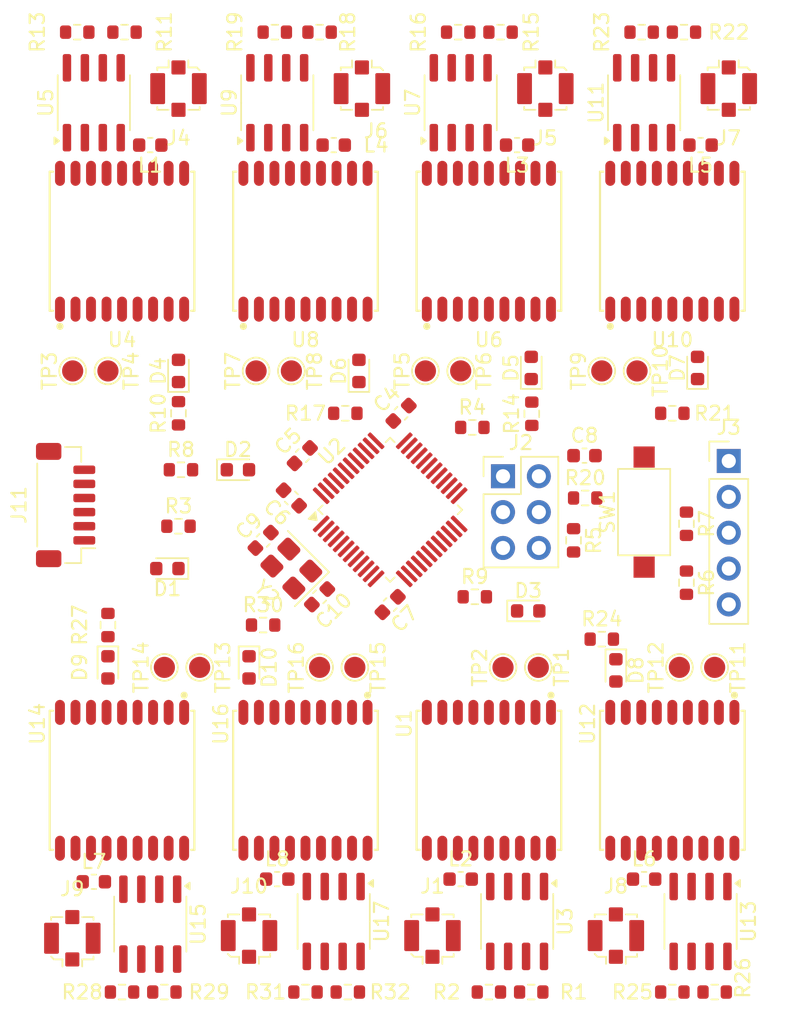
<source format=kicad_pcb>
(kicad_pcb (version 20241229) (generator "pcbnew") (generator_version "9.0")
  (layers (0 "F.Cu" signal) (4 "In1.Cu" power) (6 "In2.Cu" power) (2 "B.Cu" signal) (13 "F.Paste" user) (15 "B.Paste" user) (5 "F.SilkS" user "F.Silkscreen") (7 "B.SilkS" user "B.Silkscreen") (1 "F.Mask" user) (3 "B.Mask" user) (25 "Edge.Cuts" user))
  (net 0 "")
  (net 1 "Net-(D1-K)")
  (net 3 "Net-(D1-A)")
  (net 5 "GND")
  (net 7 "Net-(J1-In)")
  (net 9 "Net-(U1-VCC_RF)")
  (net 11 "Net-(U1-SCL)")
  (net 12 "+3.3V")
  (net 14 "Net-(U1-SDA)")
  (net 15 "TX_1")
  (net 17 "RX_1")
  (net 19 "RX_2")
  (net 22 "SCK")
  (net 23 "RESET")
  (net 24 "OSIN")
  (net 25 "TX_3")
  (net 26 "RX_8")
  (net 27 "OSOUT")
  (net 28 "Net-(D2-A)")
  (net 29 "MISO")
  (net 30 "TX_2")
  (net 31 "Net-(D3-A)")
  (net 32 "RX_5")
  (net 33 "RX_7")
  (net 34 "RX_3")
  (net 35 "SS")
  (net 36 "TX_4")
  (net 38 "Net-(J2-Pin_4)")
  (net 39 "Net-(J2-Pin_3)")
  (net 44 "SWDIO")
  (net 45 "MOSI")
  (net 46 "TX_8")
  (net 47 "RX_6")
  (net 48 "SWCLK")
  (net 50 "BOOT0")
  (net 53 "BOOT1")
  (net 55 "RX_4")
  (net 56 "TX_7")
  (net 57 "TX_6")
  (net 58 "TX_5")
  (net 60 "LED1")
  (net 61 "LED2")
  (net 62 "RST")
  (net 63 "Net-(D4-K)")
  (net 64 "Net-(D4-A)")
  (net 65 "Net-(D5-K)")
  (net 66 "Net-(D5-A)")
  (net 67 "Net-(D6-A)")
  (net 68 "Net-(D6-K)")
  (net 69 "Net-(D7-A)")
  (net 70 "Net-(D7-K)")
  (net 71 "Net-(D8-A)")
  (net 72 "Net-(D8-K)")
  (net 73 "Net-(D9-A)")
  (net 74 "Net-(D9-K)")
  (net 75 "Net-(D10-A)")
  (net 76 "Net-(D10-K)")
  (net 77 "Net-(J4-In)")
  (net 78 "Net-(J5-In)")
  (net 79 "Net-(J6-In)")
  (net 80 "Net-(J7-In)")
  (net 81 "Net-(J8-In)")
  (net 82 "Net-(J9-In)")
  (net 83 "Net-(J10-In)")
  (net 84 "Net-(U4-VCC_RF)")
  (net 85 "Net-(U6-VCC_RF)")
  (net 86 "Net-(U8-VCC_RF)")
  (net 87 "Net-(U10-VCC_RF)")
  (net 88 "Net-(U12-VCC_RF)")
  (net 89 "Net-(U14-VCC_RF)")
  (net 90 "Net-(U16-VCC_RF)")
  (net 91 "Net-(U4-SDA)")
  (net 92 "Net-(U4-SCL)")
  (net 93 "Net-(U6-SDA)")
  (net 94 "Net-(U6-SCL)")
  (net 95 "Net-(U8-SDA)")
  (net 96 "Net-(U8-SCL)")
  (net 97 "Net-(U10-SDA)")
  (net 98 "Net-(U10-SCL)")
  (net 99 "Net-(U12-SDA)")
  (net 100 "Net-(U12-SCL)")
  (net 101 "Net-(U14-SDA)")
  (net 102 "Net-(U14-SCL)")
  (net 103 "Net-(U16-SDA)")
  (net 104 "Net-(U16-SCL)")
  (footprint "Resistor_SMD:R_0603_1608Metric" (layer "F.Cu") (at 125.825 67 180)
    (property "Reference" "R22" (at -3.175 0 0) (layer "F.SilkS"))
    (property "Value" "R_Small")
    (pad "1" smd roundrect (at -0.825 0 180) (size 0.8 0.95) (layers "F.Cu" "F.Mask" "F.Paste") (net 12 "+3.3V"))
    (pad "2" smd roundrect (at 0.825 0 180) (size 0.8 0.95) (layers "F.Cu" "F.Mask" "F.Paste") (net 97 "Net-(U10-SDA)"))
  )
  (footprint "Resistor_SMD:R_0603_1608Metric" (layer "F.Cu") (at 115 135 180)
    (property "Reference" "R1" (at -3 0 0) (layer "F.SilkS"))
    (property "Value" "R_Small")
    (pad "1" smd roundrect (at -0.825 0 180) (size 0.8 0.95) (layers "F.Cu" "F.Mask" "F.Paste") (net 12 "+3.3V"))
    (pad "2" smd roundrect (at 0.825 0 180) (size 0.8 0.95) (layers "F.Cu" "F.Mask" "F.Paste") (net 11 "Net-(U1-SCL)"))
  )
  (footprint "Resistor_SMD:R_0603_1608Metric" (layer "F.Cu") (at 85 109 -90)
    (property "Reference" "R27" (at 0 2 90) (layer "F.SilkS"))
    (property "Value" "5K")
    (pad "1" smd roundrect (at -0.825 0 270) (size 0.8 0.95) (layers "F.Cu" "F.Mask" "F.Paste") (net 5 "GND"))
    (pad "2" smd roundrect (at 0.825 0 270) (size 0.8 0.95) (layers "F.Cu" "F.Mask" "F.Paste") (net 74 "Net-(D9-K)"))
  )
  (footprint "Connector_PinHeader_2.54mm:PinHeader_2x03_P2.54mm_Vertical" (layer "F.Cu") (at 113 98.46)
    (property "Reference" "J2" (at 1.27 -2.38 0) (layer "F.SilkS"))
    (property "Value" "BOOT")
    (pad "1" thru_hole rect (at 0 0) (size 1.7 1.7) (drill 1) (layers "*.Cu" "*.Mask") (net 12 "+3.3V"))
    (pad "2" thru_hole circle (at 2.54 0) (size 1.7 1.7) (drill 1) (layers "*.Cu" "*.Mask") (net 12 "+3.3V"))
    (pad "3" thru_hole circle (at 0 2.54) (size 1.7 1.7) (drill 1) (layers "*.Cu" "*.Mask") (net 39 "Net-(J2-Pin_3)"))
    (pad "4" thru_hole circle (at 2.54 2.54) (size 1.7 1.7) (drill 1) (layers "*.Cu" "*.Mask") (net 38 "Net-(J2-Pin_4)"))
    (pad "5" thru_hole circle (at 0 5.08) (size 1.7 1.7) (drill 1) (layers "*.Cu" "*.Mask") (net 5 "GND"))
    (pad "6" thru_hole circle (at 2.54 5.08) (size 1.7 1.7) (drill 1) (layers "*.Cu" "*.Mask") (net 5 "GND"))
  )
  (footprint "Resistor_SMD:R_0603_1608Metric" (layer "F.Cu") (at 86 135)
    (property "Reference" "R28" (at -2.825 0 0) (layer "F.SilkS"))
    (property "Value" "R_Small")
    (pad "1" smd roundrect (at -0.825 0) (size 0.8 0.95) (layers "F.Cu" "F.Mask" "F.Paste") (net 12 "+3.3V"))
    (pad "2" smd roundrect (at 0.825 0) (size 0.8 0.95) (layers "F.Cu" "F.Mask" "F.Paste") (net 101 "Net-(U14-SDA)"))
  )
  (footprint "Resistor_SMD:R_0603_1608Metric" (layer "F.Cu") (at 118.825 100)
    (property "Reference" "R20" (at 0 -1.43 0) (layer "F.SilkS"))
    (property "Value" "10k")
    (pad "1" smd roundrect (at -0.825 0) (size 0.8 0.95) (layers "F.Cu" "F.Mask" "F.Paste") (net 12 "+3.3V"))
    (pad "2" smd roundrect (at 0.825 0) (size 0.8 0.95) (layers "F.Cu" "F.Mask" "F.Paste") (net 23 "RESET"))
  )
  (footprint "Capacitor_SMD:C_0603_1608Metric" (layer "F.Cu") (at 98 100 135)
    (property "Reference" "C6" (at 0 -1.43 135) (layer "F.SilkS"))
    (property "Value" "100n")
    (pad "1" smd roundrect (at -0.775 0 135) (size 0.9 0.95) (layers "F.Cu" "F.Mask" "F.Paste") (net 12 "+3.3V"))
    (pad "2" smd roundrect (at 0.775 0 135) (size 0.9 0.95) (layers "F.Cu" "F.Mask" "F.Paste") (net 5 "GND"))
  )
  (footprint "Connector_Coaxial:U.FL_Molex_MCRF_73412-0110_Vertical" (layer "F.Cu") (at 108 131 180)
    (property "Reference" "J1" (at 0 3.5 0) (layer "F.SilkS"))
    (property "Value" "Conn_Coaxial")
    (pad "1" smd roundrect (at 0 1.5) (size 1 1) (layers "F.Cu" "F.Mask" "F.Paste") (roundrect_rratio 0.1) (net 7 "Net-(J1-In)"))
    (pad "2" smd roundrect (at -1.475 0) (size 1.05 2.2) (layers "F.Cu" "F.Mask" "F.Paste") (roundrect_rratio 0.1) (net 5 "GND"))
    (pad "2" smd roundrect (at 0 -1.5) (size 1 1) (layers "F.Cu" "F.Mask" "F.Paste") (roundrect_rratio 0.1) (net 5 "GND"))
    (pad "2" smd roundrect (at 1.475 0) (size 1.05 2.2) (layers "F.Cu" "F.Mask" "F.Paste") (roundrect_rratio 0.1) (net 5 "GND"))
  )
  (footprint "Package_SO:SOIC-8_3.9x4.9mm_P1.27mm" (layer "F.Cu") (at 114 130 -90)
    (property "Reference" "U3" (at 0 -3.4 90) (layer "F.SilkS"))
    (property "Value" "24LC32")
    (pad "1" smd roundrect (at -2.475 -1.905 270) (size 1.95 0.6) (layers "F.Cu" "F.Mask" "F.Paste") (net 5 "GND"))
    (pad "2" smd roundrect (at -2.475 -0.635 270) (size 1.95 0.6) (layers "F.Cu" "F.Mask" "F.Paste") (net 5 "GND"))
    (pad "3" smd roundrect (at -2.475 0.635 270) (size 1.95 0.6) (layers "F.Cu" "F.Mask" "F.Paste") (net 5 "GND"))
    (pad "4" smd roundrect (at -2.475 1.905 270) (size 1.95 0.6) (layers "F.Cu" "F.Mask" "F.Paste") (net 5 "GND"))
    (pad "5" smd roundrect (at 2.475 1.905 270) (size 1.95 0.6) (layers "F.Cu" "F.Mask" "F.Paste") (net 14 "Net-(U1-SDA)"))
    (pad "6" smd roundrect (at 2.475 0.635 270) (size 1.95 0.6) (layers "F.Cu" "F.Mask" "F.Paste") (net 11 "Net-(U1-SCL)"))
    (pad "7" smd roundrect (at 2.475 -0.635 270) (size 1.95 0.6) (layers "F.Cu" "F.Mask" "F.Paste") (net 5 "GND"))
    (pad "8" smd roundrect (at 2.475 -1.905 270) (size 1.95 0.6) (layers "F.Cu" "F.Mask" "F.Paste") (net 12 "+3.3V"))
  )
  (footprint "Inductor_SMD:L_0603_1608Metric" (layer "F.Cu") (at 127 75 180)
    (property "Reference" "L5" (at 0 -1.43 0) (layer "F.SilkS"))
    (property "Value" "L_Small")
    (pad "1" smd roundrect (at -0.7875 0 180) (size 0.875 0.95) (layers "F.Cu" "F.Mask" "F.Paste") (net 80 "Net-(J7-In)"))
    (pad "2" smd roundrect (at 0.7875 0 180) (size 0.875 0.95) (layers "F.Cu" "F.Mask" "F.Paste") (net 87 "Net-(U10-VCC_RF)"))
  )
  (footprint "Resistor_SMD:R_0603_1608Metric" (layer "F.Cu") (at 125 94)
    (property "Reference" "R21" (at 3 0 0) (layer "F.SilkS"))
    (property "Value" "5K")
    (pad "1" smd roundrect (at -0.825 0) (size 0.8 0.95) (layers "F.Cu" "F.Mask" "F.Paste") (net 5 "GND"))
    (pad "2" smd roundrect (at 0.825 0) (size 0.8 0.95) (layers "F.Cu" "F.Mask" "F.Paste") (net 70 "Net-(D7-K)"))
  )
  (footprint "Connector_Coaxial:U.FL_Molex_MCRF_73412-0110_Vertical" (layer "F.Cu") (at 129 71)
    (property "Reference" "J7" (at 0 3.5 0) (layer "F.SilkS"))
    (property "Value" "Conn_Coaxial")
    (pad "1" smd roundrect (at 0 1.5 180) (size 1 1) (layers "F.Cu" "F.Mask" "F.Paste") (roundrect_rratio 0.1) (net 80 "Net-(J7-In)"))
    (pad "2" smd roundrect (at -1.475 0 180) (size 1.05 2.2) (layers "F.Cu" "F.Mask" "F.Paste") (roundrect_rratio 0.1) (net 5 "GND"))
    (pad "2" smd roundrect (at 0 -1.5 180) (size 1 1) (layers "F.Cu" "F.Mask" "F.Paste") (roundrect_rratio 0.1) (net 5 "GND"))
    (pad "2" smd roundrect (at 1.475 0 180) (size 1.05 2.2) (layers "F.Cu" "F.Mask" "F.Paste") (roundrect_rratio 0.1) (net 5 "GND"))
  )
  (footprint "TestPoint:TestPoint_Pad_D1.5mm" (layer "F.Cu") (at 113 112 90)
    (property "Reference" "TP2" (at 0 -1.648 90) (layer "F.SilkS"))
    (property "Value" "TestPoint")
    (pad "1" smd circle (at 0 0 90) (size 1.5 1.5) (layers "F.Cu" "F.Mask") (net 15 "TX_1"))
  )
  (footprint "TestPoint:TestPoint_Pad_D1.5mm" (layer "F.Cu") (at 89 112 90)
    (property "Reference" "TP14" (at 0 -1.648 90) (layer "F.SilkS"))
    (property "Value" "TestPoint")
    (pad "1" smd circle (at 0 0 90) (size 1.5 1.5) (layers "F.Cu" "F.Mask") (net 56 "TX_7"))
  )
  (footprint "Package_SO:SOIC-8_3.9x4.9mm_P1.27mm" (layer "F.Cu") (at 123 72 90)
    (property "Reference" "U11" (at 0 -3.4 90) (layer "F.SilkS"))
    (property "Value" "24LC32")
    (pad "1" smd roundrect (at -2.475 -1.905 90) (size 1.95 0.6) (layers "F.Cu" "F.Mask" "F.Paste") (net 5 "GND"))
    (pad "2" smd roundrect (at -2.475 -0.635 90) (size 1.95 0.6) (layers "F.Cu" "F.Mask" "F.Paste") (net 5 "GND"))
    (pad "3" smd roundrect (at -2.475 0.635 90) (size 1.95 0.6) (layers "F.Cu" "F.Mask" "F.Paste") (net 5 "GND"))
    (pad "4" smd roundrect (at -2.475 1.905 90) (size 1.95 0.6) (layers "F.Cu" "F.Mask" "F.Paste") (net 5 "GND"))
    (pad "5" smd roundrect (at 2.475 1.905 90) (size 1.95 0.6) (layers "F.Cu" "F.Mask" "F.Paste") (net 97 "Net-(U10-SDA)"))
    (pad "6" smd roundrect (at 2.475 0.635 90) (size 1.95 0.6) (layers "F.Cu" "F.Mask" "F.Paste") (net 98 "Net-(U10-SCL)"))
    (pad "7" smd roundrect (at 2.475 -0.635 90) (size 1.95 0.6) (layers "F.Cu" "F.Mask" "F.Paste") (net 5 "GND"))
    (pad "8" smd roundrect (at 2.475 -1.905 90) (size 1.95 0.6) (layers "F.Cu" "F.Mask" "F.Paste") (net 12 "+3.3V"))
  )
  (footprint "ATGM336H:GPSM-SMD_ATGM336H-TR" (layer "F.Cu") (at 99 120)
    (property "Reference" "U16" (at -6 -4 90) (layer "F.SilkS"))
    (property "Value" "~")
    (pad "1" smd oval (at 4.4 -4.8115 180) (size 0.7 1.773) (layers "F.Cu" "F.Mask" "F.Paste"))
    (pad "2" smd oval (at 3.3 -4.8115 180) (size 0.7 1.773) (layers "F.Cu" "F.Mask" "F.Paste") (net 26 "RX_8"))
    (pad "3" smd oval (at 2.2 -4.8115 180) (size 0.7 1.773) (layers "F.Cu" "F.Mask" "F.Paste") (net 46 "TX_8"))
    (pad "4" smd oval (at 1.1 -4.8115 180) (size 0.7 1.773) (layers "F.Cu" "F.Mask" "F.Paste") (net 75 "Net-(D10-A)"))
    (pad "5" smd oval (at 0 -4.8115 180) (size 0.7 1.773) (layers "F.Cu" "F.Mask" "F.Paste"))
    (pad "6" smd oval (at -1.1 -4.8115 180) (size 0.7 1.773) (layers "F.Cu" "F.Mask" "F.Paste"))
    (pad "7" smd oval (at -2.2 -4.8115 180) (size 0.7 1.773) (layers "F.Cu" "F.Mask" "F.Paste"))
    (pad "8" smd oval (at -3.3 -4.8115 180) (size 0.7 1.773) (layers "F.Cu" "F.Mask" "F.Paste") (net 12 "+3.3V"))
    (pad "9" smd oval (at -4.4 -4.8115 180) (size 0.7 1.773) (layers "F.Cu" "F.Mask" "F.Paste"))
    (pad "10" smd oval (at -4.4 4.8115 180) (size 0.7 1.773) (layers "F.Cu" "F.Mask" "F.Paste") (net 5 "GND"))
    (pad "11" smd oval (at -3.3 4.8115 180) (size 0.7 1.773) (layers "F.Cu" "F.Mask" "F.Paste") (net 83 "Net-(J10-In)"))
    (pad "12" smd oval (at -2.2 4.8115 180) (size 0.7 1.773) (layers "F.Cu" "F.Mask" "F.Paste") (net 5 "GND"))
    (pad "13" smd oval (at -1.1 4.8115 180) (size 0.7 1.773) (layers "F.Cu" "F.Mask" "F.Paste"))
    (pad "14" smd oval (at 0 4.8115 180) (size 0.7 1.773) (layers "F.Cu" "F.Mask" "F.Paste") (net 90 "Net-(U16-VCC_RF)"))
    (pad "15" smd oval (at 1.1 4.8115 180) (size 0.7 1.773) (layers "F.Cu" "F.Mask" "F.Paste"))
    (pad "16" smd oval (at 2.2 4.8115 180) (size 0.7 1.773) (layers "F.Cu" "F.Mask" "F.Paste") (net 103 "Net-(U16-SDA)"))
    (pad "17" smd oval (at 3.3 4.8115 180) (size 0.7 1.773) (layers "F.Cu" "F.Mask" "F.Paste") (net 104 "Net-(U16-SCL)"))
    (pad "18" smd oval (at 4.4 4.8115 180) (size 0.7 1.773) (layers "F.Cu" "F.Mask" "F.Paste"))
  )
  (footprint "Resistor_SMD:R_0603_1608Metric" (layer "F.Cu") (at 96.825 67)
    (property "Reference" "R19" (at -2.825 0 90) (layer "F.SilkS"))
    (property "Value" "R_Small")
    (pad "1" smd roundrect (at -0.825 0) (size 0.8 0.95) (layers "F.Cu" "F.Mask" "F.Paste") (net 12 "+3.3V"))
    (pad "2" smd roundrect (at 0.825 0) (size 0.8 0.95) (layers "F.Cu" "F.Mask" "F.Paste") (net 96 "Net-(U8-SCL)"))
  )
  (footprint "Package_SO:SOIC-8_3.9x4.9mm_P1.27mm" (layer "F.Cu") (at 88 130.1885 -90)
    (property "Reference" "U15" (at 0 -3.4 90) (layer "F.SilkS"))
    (property "Value" "24LC32")
    (pad "1" smd roundrect (at -2.475 -1.905 270) (size 1.95 0.6) (layers "F.Cu" "F.Mask" "F.Paste") (net 5 "GND"))
    (pad "2" smd roundrect (at -2.475 -0.635 270) (size 1.95 0.6) (layers "F.Cu" "F.Mask" "F.Paste") (net 5 "GND"))
    (pad "3" smd roundrect (at -2.475 0.635 270) (size 1.95 0.6) (layers "F.Cu" "F.Mask" "F.Paste") (net 5 "GND"))
    (pad "4" smd roundrect (at -2.475 1.905 270) (size 1.95 0.6) (layers "F.Cu" "F.Mask" "F.Paste") (net 5 "GND"))
    (pad "5" smd roundrect (at 2.475 1.905 270) (size 1.95 0.6) (layers "F.Cu" "F.Mask" "F.Paste") (net 101 "Net-(U14-SDA)"))
    (pad "6" smd roundrect (at 2.475 0.635 270) (size 1.95 0.6) (layers "F.Cu" "F.Mask" "F.Paste") (net 102 "Net-(U14-SCL)"))
    (pad "7" smd roundrect (at 2.475 -0.635 270) (size 1.95 0.6) (layers "F.Cu" "F.Mask" "F.Paste") (net 5 "GND"))
    (pad "8" smd roundrect (at 2.475 -1.905 270) (size 1.95 0.6) (layers "F.Cu" "F.Mask" "F.Paste") (net 12 "+3.3V"))
  )
  (footprint "Resistor_SMD:R_0603_1608Metric" (layer "F.Cu") (at 109.825 67)
    (property "Reference" "R16" (at -2.825 0 90) (layer "F.SilkS"))
    (property "Value" "R_Small")
    (pad "1" smd roundrect (at -0.825 0) (size 0.8 0.95) (layers "F.Cu" "F.Mask" "F.Paste") (net 12 "+3.3V"))
    (pad "2" smd roundrect (at 0.825 0) (size 0.8 0.95) (layers "F.Cu" "F.Mask" "F.Paste") (net 94 "Net-(U6-SCL)"))
  )
  (footprint "LED_SMD:LED_0603_1608Metric" (layer "F.Cu") (at 121 112.2125 -90)
    (property "Reference" "D8" (at 0 -1.43 90) (layer "F.SilkS"))
    (property "Value" "LED")
    (pad "1" smd roundrect (at -0.7875 0 270) (size 0.875 0.95) (layers "F.Cu" "F.Mask" "F.Paste") (net 72 "Net-(D8-K)"))
    (pad "2" smd roundrect (at 0.7875 0 270) (size 0.875 0.95) (layers "F.Cu" "F.Mask" "F.Paste") (net 71 "Net-(D8-A)"))
  )
  (footprint "Connector_Coaxial:U.FL_Molex_MCRF_73412-0110_Vertical" (layer "F.Cu") (at 103 71)
    (property "Reference" "J6" (at 1 3 0) (layer "F.SilkS"))
    (property "Value" "Conn_Coaxial")
    (pad "1" smd roundrect (at 0 1.5 180) (size 1 1) (layers "F.Cu" "F.Mask" "F.Paste") (roundrect_rratio 0.1) (net 79 "Net-(J6-In)"))
    (pad "2" smd roundrect (at -1.475 0 180) (size 1.05 2.2) (layers "F.Cu" "F.Mask" "F.Paste") (roundrect_rratio 0.1) (net 5 "GND"))
    (pad "2" smd roundrect (at 0 -1.5 180) (size 1 1) (layers "F.Cu" "F.Mask" "F.Paste") (roundrect_rratio 0.1) (net 5 "GND"))
    (pad "2" smd roundrect (at 1.475 0 180) (size 1.05 2.2) (layers "F.Cu" "F.Mask" "F.Paste") (roundrect_rratio 0.1) (net 5 "GND"))
  )
  (footprint "Capacitor_SMD:C_0603_1608Metric" (layer "F.Cu") (at 98.775 97 45)
    (property "Reference" "C5" (at 0 -1.43 45) (layer "F.SilkS"))
    (property "Value" "100n")
    (pad "1" smd roundrect (at -0.775 0 45) (size 0.9 0.95) (layers "F.Cu" "F.Mask" "F.Paste") (net 12 "+3.3V"))
    (pad "2" smd roundrect (at 0.775 0 45) (size 0.9 0.95) (layers "F.Cu" "F.Mask" "F.Paste") (net 5 "GND"))
  )
  (footprint "ATGM336H:GPSM-SMD_ATGM336H-TR" (layer "F.Cu") (at 125 81.8115 180)
    (property "Reference" "U10" (at 0 -6.98 0) (layer "F.SilkS"))
    (property "Value" "~")
    (pad "1" smd oval (at 4.4 -4.8115) (size 0.7 1.773) (layers "F.Cu" "F.Mask" "F.Paste"))
    (pad "2" smd oval (at 3.3 -4.8115) (size 0.7 1.773) (layers "F.Cu" "F.Mask" "F.Paste") (net 32 "RX_5"))
    (pad "3" smd oval (at 2.2 -4.8115) (size 0.7 1.773) (layers "F.Cu" "F.Mask" "F.Paste") (net 58 "TX_5"))
    (pad "4" smd oval (at 1.1 -4.8115) (size 0.7 1.773) (layers "F.Cu" "F.Mask" "F.Paste") (net 69 "Net-(D7-A)"))
    (pad "5" smd oval (at 0 -4.8115) (size 0.7 1.773) (layers "F.Cu" "F.Mask" "F.Paste"))
    (pad "6" smd oval (at -1.1 -4.8115) (size 0.7 1.773) (layers "F.Cu" "F.Mask" "F.Paste"))
    (pad "7" smd oval (at -2.2 -4.8115) (size 0.7 1.773) (layers "F.Cu" "F.Mask" "F.Paste"))
    (pad "8" smd oval (at -3.3 -4.8115) (size 0.7 1.773) (layers "F.Cu" "F.Mask" "F.Paste") (net 12 "+3.3V"))
    (pad "9" smd oval (at -4.4 -4.8115) (size 0.7 1.773) (layers "F.Cu" "F.Mask" "F.Paste"))
    (pad "10" smd oval (at -4.4 4.8115) (size 0.7 1.773) (layers "F.Cu" "F.Mask" "F.Paste") (net 5 "GND"))
    (pad "11" smd oval (at -3.3 4.8115) (size 0.7 1.773) (layers "F.Cu" "F.Mask" "F.Paste") (net 80 "Net-(J7-In)"))
    (pad "12" smd oval (at -2.2 4.8115) (size 0.7 1.773) (layers "F.Cu" "F.Mask" "F.Paste") (net 5 "GND"))
    (pad "13" smd oval (at -1.1 4.8115) (size 0.7 1.773) (layers "F.Cu" "F.Mask" "F.Paste"))
    (pad "14" smd oval (at 0 4.8115) (size 0.7 1.773) (layers "F.Cu" "F.Mask" "F.Paste") (net 87 "Net-(U10-VCC_RF)"))
    (pad "15" smd oval (at 1.1 4.8115) (size 0.7 1.773) (layers "F.Cu" "F.Mask" "F.Paste"))
    (pad "16" smd oval (at 2.2 4.8115) (size 0.7 1.773) (layers "F.Cu" "F.Mask" "F.Paste") (net 97 "Net-(U10-SDA)"))
    (pad "17" smd oval (at 3.3 4.8115) (size 0.7 1.773) (layers "F.Cu" "F.Mask" "F.Paste") (net 98 "Net-(U10-SCL)"))
    (pad "18" smd oval (at 4.4 4.8115) (size 0.7 1.773) (layers "F.Cu" "F.Mask" "F.Paste"))
  )
  (footprint "LED_SMD:LED_0603_1608Metric" (layer "F.Cu") (at 102.7875 91 90)
    (property "Reference" "D6" (at 0 -1.43 90) (layer "F.SilkS"))
    (property "Value" "LED")
    (pad "1" smd roundrect (at -0.7875 0 90) (size 0.875 0.95) (layers "F.Cu" "F.Mask" "F.Paste") (net 68 "Net-(D6-K)"))
    (pad "2" smd roundrect (at 0.7875 0 90) (size 0.875 0.95) (layers "F.Cu" "F.Mask" "F.Paste") (net 67 "Net-(D6-A)"))
  )
  (footprint "TestPoint:TestPoint_Pad_D1.5mm" (layer "F.Cu") (at 102.5 112 -90)
    (property "Reference" "TP15" (at 0 -1.648 90) (layer "F.SilkS"))
    (property "Value" "TestPoint")
    (pad "1" smd circle (at 0 0 270) (size 1.5 1.5) (layers "F.Cu" "F.Mask") (net 26 "RX_8"))
  )
  (footprint "Diode_SMD:D_0603_1608Metric" (layer "F.Cu") (at 114.7875 108)
    (property "Reference" "D3" (at 0 -1.43 0) (layer "F.SilkS"))
    (property "Value" "LED")
    (pad "1" smd roundrect (at -0.7875 0) (size 0.875 0.95) (layers "F.Cu" "F.Mask" "F.Paste") (net 5 "GND"))
    (pad "2" smd roundrect (at 0.7875 0) (size 0.875 0.95) (layers "F.Cu" "F.Mask" "F.Paste") (net 31 "Net-(D3-A)"))
  )
  (footprint "TestPoint:TestPoint_Pad_D1.5mm" (layer "F.Cu") (at 128 112 -90)
    (property "Reference" "TP11" (at 0 -1.648 90) (layer "F.SilkS"))
    (property "Value" "TestPoint")
    (pad "1" smd circle (at 0 0 270) (size 1.5 1.5) (layers "F.Cu" "F.Mask") (net 47 "RX_6"))
  )
  (footprint "TestPoint:TestPoint_Pad_D1.5mm" (layer "F.Cu") (at 91.5 112 -90)
    (property "Reference" "TP13" (at 0 -1.648 90) (layer "F.SilkS"))
    (property "Value" "TestPoint")
    (pad "1" smd circle (at 0 0 270) (size 1.5 1.5) (layers "F.Cu" "F.Mask") (net 33 "RX_7"))
  )
  (footprint "Resistor_SMD:R_0603_1608Metric" (layer "F.Cu") (at 122.825 67)
    (property "Reference" "R23" (at -2.825 0 90) (layer "F.SilkS"))
    (property "Value" "R_Small")
    (pad "1" smd roundrect (at -0.825 0) (size 0.8 0.95) (layers "F.Cu" "F.Mask" "F.Paste") (net 12 "+3.3V"))
    (pad "2" smd roundrect (at 0.825 0) (size 0.8 0.95) (layers "F.Cu" "F.Mask" "F.Paste") (net 98 "Net-(U10-SCL)"))
  )
  (footprint "Capacitor_SMD:C_0603_1608Metric" (layer "F.Cu") (at 105.775 94 45)
    (property "Reference" "C4" (at 0 -1.43 45) (layer "F.SilkS"))
    (property "Value" "100n")
    (pad "1" smd roundrect (at -0.775 0 45) (size 0.9 0.95) (layers "F.Cu" "F.Mask" "F.Paste") (net 12 "+3.3V"))
    (pad "2" smd roundrect (at 0.775 0 45) (size 0.9 0.95) (layers "F.Cu" "F.Mask" "F.Paste") (net 5 "GND"))
  )
  (footprint "Inductor_SMD:L_0603_1608Metric" (layer "F.Cu") (at 123 127)
    (property "Reference" "L6" (at 0 -1.43 0) (layer "F.SilkS"))
    (property "Value" "L_Small")
    (pad "1" smd roundrect (at -0.7875 0) (size 0.875 0.95) (layers "F.Cu" "F.Mask" "F.Paste") (net 81 "Net-(J8-In)"))
    (pad "2" smd roundrect (at 0.7875 0) (size 0.875 0.95) (layers "F.Cu" "F.Mask" "F.Paste") (net 88 "Net-(U12-VCC_RF)"))
  )
  (footprint "Connector_Coaxial:U.FL_Molex_MCRF_73412-0110_Vertical" (layer "F.Cu") (at 82.475 131.1885 180)
    (property "Reference" "J9" (at 0 3.5 0) (layer "F.SilkS"))
    (property "Value" "Conn_Coaxial")
    (pad "1" smd roundrect (at 0 1.5) (size 1 1) (layers "F.Cu" "F.Mask" "F.Paste") (roundrect_rratio 0.1) (net 82 "Net-(J9-In)"))
    (pad "2" smd roundrect (at -1.475 0) (size 1.05 2.2) (layers "F.Cu" "F.Mask" "F.Paste") (roundrect_rratio 0.1) (net 5 "GND"))
    (pad "2" smd roundrect (at 0 -1.5) (size 1 1) (layers "F.Cu" "F.Mask" "F.Paste") (roundrect_rratio 0.1) (net 5 "GND"))
    (pad "2" smd roundrect (at 1.475 0) (size 1.05 2.2) (layers "F.Cu" "F.Mask" "F.Paste") (roundrect_rratio 0.1) (net 5 "GND"))
  )
  (footprint "TestPoint:TestPoint_Pad_D1.5mm" (layer "F.Cu") (at 120 91 90)
    (property "Reference" "TP9" (at 0 -1.648 90) (layer "F.SilkS"))
    (property "Value" "TestPoint")
    (pad "1" smd circle (at 0 0 90) (size 1.5 1.5) (layers "F.Cu" "F.Mask") (net 32 "RX_5"))
  )
  (footprint "Capacitor_SMD:C_0603_1608Metric" (layer "F.Cu") (at 100 107 45)
    (property "Reference" "C10" (at 0 1.414214 45) (layer "F.SilkS"))
    (property "Value" "20p")
    (pad "1" smd roundrect (at -0.775 0 45) (size 0.9 0.95) (layers "F.Cu" "F.Mask" "F.Paste") (net 27 "OSOUT"))
    (pad "2" smd roundrect (at 0.775 0 45) (size 0.9 0.95) (layers "F.Cu" "F.Mask" "F.Paste") (net 5 "GND"))
  )
  (footprint "LED_SMD:LED_0603_1608Metric" (layer "F.Cu") (at 115 90.7875 90)
    (property "Reference" "D5" (at 0 -1.43 90) (layer "F.SilkS"))
    (property "Value" "LED")
    (pad "1" smd roundrect (at -0.7875 0 90) (size 0.875 0.95) (layers "F.Cu" "F.Mask" "F.Paste") (net 65 "Net-(D5-K)"))
    (pad "2" smd roundrect (at 0.7875 0 90) (size 0.875 0.95) (layers "F.Cu" "F.Mask" "F.Paste") (net 66 "Net-(D5-A)"))
  )
  (footprint "ATGM336H:GPSM-SMD_ATGM336H-TR" (layer "F.Cu") (at 112 81.8115 180)
    (property "Reference" "U6" (at 0 -6.98 0) (layer "F.SilkS"))
    (property "Value" "~")
    (pad "1" smd oval (at 4.4 -4.8115) (size 0.7 1.773) (layers "F.Cu" "F.Mask" "F.Paste"))
    (pad "2" smd oval (at 3.3 -4.8115) (size 0.7 1.773) (layers "F.Cu" "F.Mask" "F.Paste") (net 34 "RX_3"))
    (pad "3" smd oval (at 2.2 -4.8115) (size 0.7 1.773) (layers "F.Cu" "F.Mask" "F.Paste") (net 25 "TX_3"))
    (pad "4" smd oval (at 1.1 -4.8115) (size 0.7 1.773) (layers "F.Cu" "F.Mask" "F.Paste") (net 66 "Net-(D5-A)"))
    (pad "5" smd oval (at 0 -4.8115) (size 0.7 1.773) (layers "F.Cu" "F.Mask" "F.Paste"))
    (pad "6" smd oval (at -1.1 -4.8115) (size 0.7 1.773) (layers "F.Cu" "F.Mask" "F.Paste"))
    (pad "7" smd oval (at -2.2 -4.8115) (size 0.7 1.773) (layers "F.Cu" "F.Mask" "F.Paste"))
    (pad "8" smd oval (at -3.3 -4.8115) (size 0.7 1.773) (layers "F.Cu" "F.Mask" "F.Paste") (net 12 "+3.3V"))
    (pad "9" smd oval (at -4.4 -4.8115) (size 0.7 1.773) (layers "F.Cu" "F.Mask" "F.Paste"))
    (pad "10" smd oval (at -4.4 4.8115) (size 0.7 1.773) (layers "F.Cu" "F.Mask" "F.Paste") (net 5 "GND"))
    (pad "11" smd oval (at -3.3 4.8115) (size 0.7 1.773) (layers "F.Cu" "F.Mask" "F.Paste") (net 78 "Net-(J5-In)"))
    (pad "12" smd oval (at -2.2 4.8115) (size 0.7 1.773) (layers "F.Cu" "F.Mask" "F.Paste") (net 5 "GND"))
    (pad "13" smd oval (at -1.1 4.8115) (size 0.7 1.773) (layers "F.Cu" "F.Mask" "F.Paste"))
    (pad "14" smd oval (at 0 4.8115) (size 0.7 1.773) (layers "F.Cu" "F.Mask" "F.Paste") (net 85 "Net-(U6-VCC_RF)"))
    (pad "15" smd oval (at 1.1 4.8115) (size 0.7 1.773) (layers "F.Cu" "F.Mask" "F.Paste"))
    (pad "16" smd oval (at 2.2 4.8115) (size 0.7 1.773) (layers "F.Cu" "F.Mask" "F.Paste") (net 93 "Net-(U6-SDA)"))
    (pad "17" smd oval (at 3.3 4.8115) (size 0.7 1.773) (layers "F.Cu" "F.Mask" "F.Paste") (net 94 "Net-(U6-SCL)"))
    (pad "18" smd oval (at 4.4 4.8115) (size 0.7 1.773) (layers "F.Cu" "F.Mask" "F.Paste"))
  )
  (footprint "Resistor_SMD:R_0603_1608Metric" (layer "F.Cu") (at 102 135 180)
    (property "Reference" "R32" (at -3 0 0) (layer "F.SilkS"))
    (property "Value" "R_Small")
    (pad "1" smd roundrect (at -0.825 0 180) (size 0.8 0.95) (layers "F.Cu" "F.Mask" "F.Paste") (net 12 "+3.3V"))
    (pad "2" smd roundrect (at 0.825 0 180) (size 0.8 0.95) (layers "F.Cu" "F.Mask" "F.Paste") (net 104 "Net-(U16-SCL)"))
  )
  (footprint "Resistor_SMD:R_0603_1608Metric" (layer "F.Cu") (at 115.04 94.0325 90)
    (property "Reference" "R14" (at 0 -1.43 90) (layer "F.SilkS"))
    (property "Value" "5K")
    (pad "1" smd roundrect (at -0.825 0 90) (size 0.8 0.95) (layers "F.Cu" "F.Mask" "F.Paste") (net 5 "GND"))
    (pad "2" smd roundrect (at 0.825 0 90) (size 0.8 0.95) (layers "F.Cu" "F.Mask" "F.Paste") (net 65 "Net-(D5-K)"))
  )
  (footprint "TestPoint:TestPoint_Pad_D1.5mm" (layer "F.Cu") (at 125.5 112 90)
    (property "Reference" "TP12" (at 0 -1.648 90) (layer "F.SilkS"))
    (property "Value" "TestPoint")
    (pad "1" smd circle (at 0 0 90) (size 1.5 1.5) (layers "F.Cu" "F.Mask") (net 57 "TX_6"))
  )
  (footprint "Package_SO:SOIC-8_3.9x4.9mm_P1.27mm" (layer "F.Cu") (at 110 72 90)
    (property "Reference" "U7" (at 0 -3.4 90) (layer "F.SilkS"))
    (property "Value" "24LC32")
    (pad "1" smd roundrect (at -2.475 -1.905 90) (size 1.95 0.6) (layers "F.Cu" "F.Mask" "F.Paste") (net 5 "GND"))
    (pad "2" smd roundrect (at -2.475 -0.635 90) (size 1.95 0.6) (layers "F.Cu" "F.Mask" "F.Paste") (net 5 "GND"))
    (pad "3" smd roundrect (at -2.475 0.635 90) (size 1.95 0.6) (layers "F.Cu" "F.Mask" "F.Paste") (net 5 "GND"))
    (pad "4" smd roundrect (at -2.475 1.905 90) (size 1.95 0.6) (layers "F.Cu" "F.Mask" "F.Paste") (net 5 "GND"))
    (pad "5" smd roundrect (at 2.475 1.905 90) (size 1.95 0.6) (layers "F.Cu" "F.Mask" "F.Paste") (net 93 "Net-(U6-SDA)"))
    (pad "6" smd roundrect (at 2.475 0.635 90) (size 1.95 0.6) (layers "F.Cu" "F.Mask" "F.Paste") (net 94 "Net-(U6-SCL)"))
    (pad "7" smd roundrect (at 2.475 -0.635 90) (size 1.95 0.6) (layers "F.Cu" "F.Mask" "F.Paste") (net 5 "GND"))
    (pad "8" smd roundrect (at 2.475 -1.905 90) (size 1.95 0.6) (layers "F.Cu" "F.Mask" "F.Paste") (net 12 "+3.3V"))
  )
  (footprint "Resistor_SMD:R_0603_1608Metric" (layer "F.Cu") (at 128 135 180)
    (property "Reference" "R26" (at -2 1 90) (layer "F.SilkS"))
    (property "Value" "R_Small")
    (pad "1" smd roundrect (at -0.825 0 180) (size 0.8 0.95) (layers "F.Cu" "F.Mask" "F.Paste") (net 12 "+3.3V"))
    (pad "2" smd roundrect (at 0.825 0 180) (size 0.8 0.95) (layers "F.Cu" "F.Mask" "F.Paste") (net 100 "Net-(U12-SCL)"))
  )
  (footprint "Inductor_SMD:L_0603_1608Metric" (layer "F.Cu") (at 110 127)
    (property "Reference" "L2" (at 0 -1.43 0) (layer "F.SilkS"))
    (property "Value" "L_Small")
    (pad "1" smd roundrect (at -0.7875 0) (size 0.875 0.95) (layers "F.Cu" "F.Mask" "F.Paste") (net 7 "Net-(J1-In)"))
    (pad "2" smd roundrect (at 0.7875 0) (size 0.875 0.95) (layers "F.Cu" "F.Mask" "F.Paste") (net 9 "Net-(U1-VCC_RF)"))
  )
  (footprint "Connector_PinHeader_2.54mm:PinHeader_1x05_P2.54mm_Vertical" (layer "F.Cu") (at 129 97.38)
    (property "Reference" "J3" (at 0 -2.38 0) (layer "F.SilkS"))
    (property "Value" "SWD")
    (pad "1" thru_hole rect (at 0 0) (size 1.7 1.7) (drill 1) (layers "*.Cu" "*.Mask") (net 5 "GND"))
    (pad "2" thru_hole circle (at 0 2.54) (size 1.7 1.7) (drill 1) (layers "*.Cu" "*.Mask") (net 23 "RESET"))
    (pad "3" thru_hole circle (at 0 5.08) (size 1.7 1.7) (drill 1) (layers "*.Cu" "*.Mask") (net 48 "SWCLK"))
    (pad "4" thru_hole circle (at 0 7.62) (size 1.7 1.7) (drill 1) (layers "*.Cu" "*.Mask") (net 44 "SWDIO"))
    (pad "5" thru_hole circle (at 0 10.16) (size 1.7 1.7) (drill 1) (layers "*.Cu" "*.Mask") (net 12 "+3.3V"))
  )
  (footprint "Capacitor_SMD:C_0603_1608Metric" (layer "F.Cu") (at 96 103 -135)
    (property "Reference" "C9" (at 0 1.414214 45) (layer "F.SilkS"))
    (property "Value" "20p")
    (pad "1" smd roundrect (at -0.775 -0.000001 225) (size 0.9 0.95) (layers "F.Cu" "F.Mask" "F.Paste") (net 24 "OSIN"))
    (pad "2" smd roundrect (at 0.775 0.000001 225) (size 0.9 0.95) (layers "F.Cu" "F.Mask" "F.Paste") (net 5 "GND"))
  )
  (footprint "Resistor_SMD:R_0603_1608Metric" (layer "F.Cu") (at 112 135)
    (property "Reference" "R2" (at -3 0 0) (layer "F.SilkS"))
    (property "Value" "R_Small")
    (pad "1" smd roundrect (at -0.825 0) (size 0.8 0.95) (layers "F.Cu" "F.Mask" "F.Paste") (net 12 "+3.3V"))
    (pad "2" smd roundrect (at 0.825 0) (size 0.8 0.95) (layers "F.Cu" "F.Mask" "F.Paste") (net 14 "Net-(U1-SDA)"))
  )
  (footprint "Package_SO:SOIC-8_3.9x4.9mm_P1.27mm" (layer "F.Cu") (at 84 72 90)
    (property "Reference" "U5" (at 0 -3.4 90) (layer "F.SilkS"))
    (property "Value" "24LC32")
    (pad "1" smd roundrect (at -2.475 -1.905 90) (size 1.95 0.6) (layers "F.Cu" "F.Mask" "F.Paste") (net 5 "GND"))
    (pad "2" smd roundrect (at -2.475 -0.635 90) (size 1.95 0.6) (layers "F.Cu" "F.Mask" "F.Paste") (net 5 "GND"))
    (pad "3" smd roundrect (at -2.475 0.635 90) (size 1.95 0.6) (layers "F.Cu" "F.Mask" "F.Paste") (net 5 "GND"))
    (pad "4" smd roundrect (at -2.475 1.905 90) (size 1.95 0.6) (layers "F.Cu" "F.Mask" "F.Paste") (net 5 "GND"))
    (pad "5" smd roundrect (at 2.475 1.905 90) (size 1.95 0.6) (layers "F.Cu" "F.Mask" "F.Paste") (net 91 "Net-(U4-SDA)"))
    (pad "6" smd roundrect (at 2.475 0.635 90) (size 1.95 0.6) (layers "F.Cu" "F.Mask" "F.Paste") (net 92 "Net-(U4-SCL)"))
    (pad "7" smd roundrect (at 2.475 -0.635 90) (size 1.95 0.6) (layers "F.Cu" "F.Mask" "F.Paste") (net 5 "GND"))
    (pad "8" smd roundrect (at 2.475 -1.905 90) (size 1.95 0.6) (layers "F.Cu" "F.Mask" "F.Paste") (net 12 "+3.3V"))
  )
  (footprint "ATGM336H:GPSM-SMD_ATGM336H-TR" (layer "F.Cu") (at 112 120)
    (property "Reference" "U1" (at -6 -4 90) (layer "F.SilkS"))
    (property "Value" "~")
    (pad "1" smd oval (at 4.4 -4.8115 180) (size 0.7 1.773) (layers "F.Cu" "F.Mask" "F.Paste"))
    (pad "2" smd oval (at 3.3 -4.8115 180) (size 0.7 1.773) (layers "F.Cu" "F.Mask" "F.Paste") (net 17 "RX_1"))
    (pad "3" smd oval (at 2.2 -4.8115 180) (size 0.7 1.773) (layers "F.Cu" "F.Mask" "F.Paste") (net 15 "TX_1"))
    (pad "4" smd oval (at 1.1 -4.8115 180) (size 0.7 1.773) (layers "F.Cu" "F.Mask" "F.Paste") (net 3 "Net-(D1-A)"))
    (pad "5" smd oval (at 0 -4.8115 180) (size 0.7 1.773) (layers "F.Cu" "F.Mask" "F.Paste"))
    (pad "6" smd oval (at -1.1 -4.8115 180) (size 0.7 1.773) (layers "F.Cu" "F.Mask" "F.Paste"))
    (pad "7" smd oval (at -2.2 -4.8115 180) (size 0.7 1.773) (layers "F.Cu" "F.Mask" "F.Paste"))
    (pad "8" smd oval (at -3.3 -4.8115 180) (size 0.7 1.773) (layers "F.Cu" "F.Mask" "F.Paste") (net 12 "+3.3V"))
    (pad "9" smd oval (at -4.4 -4.8115 180) (size 0.7 1.773) (layers "F.Cu" "F.Mask" "F.Paste"))
    (pad "10" smd oval (at -4.4 4.8115 180) (size 0.7 1.773) (layers "F.Cu" "F.Mask" "F.Paste") (net 5 "GND"))
    (pad "11" smd oval (at -3.3 4.8115 180) (size 0.7 1.773) (layers "F.Cu" "F.Mask" "F.Paste") (net 7 "Net-(J1-In)"))
    (pad "12" smd oval (at -2.2 4.8115 180) (size 0.7 1.773) (layers "F.Cu" "F.Mask" "F.Paste") (net 5 "GND"))
    (pad "13" smd oval (at -1.1 4.8115 180) (size 0.7 1.773) (layers "F.Cu" "F.Mask" "F.Paste"))
    (pad "14" smd oval (at 0 4.8115 180) (size 0.7 1.773) (layers "F.Cu" "F.Mask" "F.Paste") (net 9 "Net-(U1-VCC_RF)"))
    (pad "15" smd oval (at 1.1 4.8115 180) (size 0.7 1.773) (layers "F.Cu" "F.Mask" "F.Paste"))
    (pad "16" smd oval (at 2.2 4.8115 180) (size 0.7 1.773) (layers "F.Cu" "F.Mask" "F.Paste") (net 14 "Net-(U1-SDA)"))
    (pad "17" smd oval (at 3.3 4.8115 180) (size 0.7 1.773) (layers "F.Cu" "F.Mask" "F.Paste") (net 11 "Net-(U1-SCL)"))
    (pad "18" smd oval (at 4.4 4.8115 180) (size 0.7 1.773) (layers "F.Cu" "F.Mask" "F.Paste"))
  )
  (footprint "Inductor_SMD:L_0603_1608Metric" (layer "F.Cu") (at 97 127)
    (property "Reference" "L8" (at 0 -1.43 0) (layer "F.SilkS"))
    (property "Value" "L_Small")
    (pad "1" smd roundrect (at -0.7875 0) (size 0.875 0.95) (layers "F.Cu" "F.Mask" "F.Paste") (net 83 "Net-(J10-In)"))
    (pad "2" smd roundrect (at 0.7875 0) (size 0.875 0.95) (layers "F.Cu" "F.Mask" "F.Paste") (net 90 "Net-(U16-VCC_RF)"))
  )
  (footprint "Connector_JST:JST_SH_BM06B-SRSS-TB_1x06-1MP_P1.00mm_Vertical" (layer "F.Cu") (at 82 100.5 90)
    (property "Reference" "J11" (at 0 -3.3 90) (layer "F.SilkS"))
    (property "Value" "Conn_01x06_Pin")
    (pad "1" smd roundrect (at -2.5 1.325 90) (size 0.6 1.55) (layers "F.Cu" "F.Mask" "F.Paste") (net 35 "SS"))
    (pad "2" smd roundrect (at -1.5 1.325 90) (size 0.6 1.55) (layers "F.Cu" "F.Mask" "F.Paste") (net 45 "MOSI"))
    (pad "3" smd roundrect (at -0.5 1.325 90) (size 0.6 1.55) (layers "F.Cu" "F.Mask" "F.Paste") (net 29 "MISO"))
    (pad "4" smd roundrect (at 0.5 1.325 90) (size 0.6 1.55) (layers "F.Cu" "F.Mask" "F.Paste") (net 22 "SCK"))
    (pad "5" smd roundrect (at 1.5 1.325 90) (size 0.6 1.55) (layers "F.Cu" "F.Mask" "F.Paste") (net 5 "GND"))
    (pad "6" smd roundrect (at 2.5 1.325 90) (size 0.6 1.55) (layers "F.Cu" "F.Mask" "F.Paste") (net 12 "+3.3V"))
    (pad "MP" smd roundrect (at -3.8 -1.2 90) (size 1.2 1.8) (layers "F.Cu" "F.Mask" "F.Paste") (roundrect_rratio 0.208333))
    (pad "MP" smd roundrect (at 3.8 -1.2 90) (size 1.2 1.8) (layers "F.Cu" "F.Mask" "F.Paste") (roundrect_rratio 0.208333))
  )
  (footprint "Resistor_SMD:R_0603_1608Metric" (layer "F.Cu") (at 89 135 180)
    (property "Reference" "R29" (at -3.175 0 0) (layer "F.SilkS"))
    (property "Value" "R_Small")
    (pad "1" smd roundrect (at -0.825 0 180) (size 0.8 0.95) (layers "F.Cu" "F.Mask" "F.Paste") (net 12 "+3.3V"))
    (pad "2" smd roundrect (at 0.825 0 180) (size 0.8 0.95) (layers "F.Cu" "F.Mask" "F.Paste") (net 102 "Net-(U14-SCL)"))
  )
  (footprint "Inductor_SMD:L_0603_1608Metric" (layer "F.Cu") (at 101 75 180)
    (property "Reference" "L4" (at -3 0 0) (layer "F.SilkS"))
    (property "Value" "L_Small")
    (pad "1" smd roundrect (at -0.7875 0 180) (size 0.875 0.95) (layers "F.Cu" "F.Mask" "F.Paste") (net 79 "Net-(J6-In)"))
    (pad "2" smd roundrect (at 0.7875 0 180) (size 0.875 0.95) (layers "F.Cu" "F.Mask" "F.Paste") (net 86 "Net-(U8-VCC_RF)"))
  )
  (footprint "LED_SMD:LED_0603_1608Metric" (layer "F.Cu") (at 126.7875 90.7875 90)
    (property "Reference" "D7" (at 0 -1.43 90) (layer "F.SilkS"))
    (property "Value" "LED")
    (pad "1" smd roundrect (at -0.7875 0 90) (size 0.875 0.95) (layers "F.Cu" "F.Mask" "F.Paste") (net 70 "Net-(D7-K)"))
    (pad "2" smd roundrect (at 0.7875 0 90) (size 0.875 0.95) (layers "F.Cu" "F.Mask" "F.Paste") (net 69 "Net-(D7-A)"))
  )
  (footprint "LED_SMD:LED_0603_1608Metric" (layer "F.Cu") (at 89.2125 105 180)
    (property "Reference" "D1" (at 0 -1.43 0) (layer "F.SilkS"))
    (property "Value" "LED")
    (pad "1" smd roundrect (at -0.7875 0 180) (size 0.875 0.95) (layers "F.Cu" "F.Mask" "F.Paste") (net 1 "Net-(D1-K)"))
    (pad "2" smd roundrect (at 0.7875 0 180) (size 0.875 0.95) (layers "F.Cu" "F.Mask" "F.Paste") (net 3 "Net-(D1-A)"))
  )
  (footprint "Resistor_SMD:R_0603_1608Metric" (layer "F.Cu") (at 112.825 67 180)
    (property "Reference" "R15" (at -2.175 0 90) (layer "F.SilkS"))
    (property "Value" "R_Small")
    (pad "1" smd roundrect (at -0.825 0 180) (size 0.8 0.95) (layers "F.Cu" "F.Mask" "F.Paste") (net 12 "+3.3V"))
    (pad "2" smd roundrect (at 0.825 0 180) (size 0.8 0.95) (layers "F.Cu" "F.Mask" "F.Paste") (net 93 "Net-(U6-SDA)"))
  )
  (footprint "TestPoint:TestPoint_Pad_D1.5mm" (layer "F.Cu") (at 115.5 112 -90)
    (property "Reference" "TP1" (at 0 -1.648 90) (layer "F.SilkS"))
    (property "Value" "TestPoint")
    (pad "1" smd circle (at 0 0 270) (size 1.5 1.5) (layers "F.Cu" "F.Mask") (net 17 "RX_1"))
  )
  (footprint "TestPoint:TestPoint_Pad_D1.5mm" (layer "F.Cu") (at 98 91 -90)
    (property "Reference" "TP8" (at 0 -1.648 90) (layer "F.SilkS"))
    (property "Value" "TestPoint")
    (pad "1" smd circle (at 0 0 270) (size 1.5 1.5) (layers "F.Cu" "F.Mask") (net 36 "TX_4"))
  )
  (footprint "Package_QFP:LQFP-48_7x7mm_P0.5mm" (layer "F.Cu") (at 105 100.8375 45)
    (property "Reference" "U2" (at 0 -5.85 45) (layer "F.SilkS"))
    (property "Value" "STM32F103C8Tx")
    (pad "1" smd roundrect (at -4.1625 -2.75 45) (size 1.475 0.3) (layers "F.Cu" "F.Mask" "F.Paste") (net 12 "+3.3V"))
    (pad "2" smd roundrect (at -4.1625 -2.25 45) (size 1.475 0.3) (layers "F.Cu" "F.Mask" "F.Paste") (net 24 "OSIN"))
    (pad "3" smd roundrect (at -4.1625 -1.75 45) (size 1.475 0.3) (layers "F.Cu" "F.Mask" "F.Paste") (net 27 "OSOUT"))
    (pad "4" smd roundrect (at -4.1625 -1.249999 45) (size 1.475 0.3) (layers "F.Cu" "F.Mask" "F.Paste"))
    (pad "5" smd roundrect (at -4.1625 -0.75 45) (size 1.475 0.3) (layers "F.Cu" "F.Mask" "F.Paste"))
    (pad "6" smd roundrect (at -4.1625 -0.25 45) (size 1.475 0.3) (layers "F.Cu" "F.Mask" "F.Paste"))
    (pad "7" smd roundrect (at -4.1625 0.25 45) (size 1.475 0.3) (layers "F.Cu" "F.Mask" "F.Paste") (net 62 "RST"))
    (pad "8" smd roundrect (at -4.1625 0.75 45) (size 1.475 0.3) (layers "F.Cu" "F.Mask" "F.Paste") (net 5 "GND"))
    (pad "9" smd roundrect (at -4.1625 1.249999 45) (size 1.475 0.3) (layers "F.Cu" "F.Mask" "F.Paste") (net 12 "+3.3V"))
    (pad "10" smd roundrect (at -4.1625 1.75 45) (size 1.475 0.3) (layers "F.Cu" "F.Mask" "F.Paste"))
    (pad "11" smd roundrect (at -4.1625 2.25 45) (size 1.475 0.3) (layers "F.Cu" "F.Mask" "F.Paste"))
    (pad "12" smd roundrect (at -4.1625 2.75 45) (size 1.475 0.3) (layers "F.Cu" "F.Mask" "F.Paste") (net 30 "TX_2"))
    (pad "13" smd roundrect (at -2.75 4.1625 45) (size 0.3 1.475) (layers "F.Cu" "F.Mask" "F.Paste") (net 19 "RX_2"))
    (pad "14" smd roundrect (at -2.25 4.1625 45) (size 0.3 1.475) (layers "F.Cu" "F.Mask" "F.Paste") (net 56 "TX_7"))
    (pad "15" smd roundrect (at -1.75 4.1625 45) (size 0.3 1.475) (layers "F.Cu" "F.Mask" "F.Paste") (net 33 "RX_7"))
    (pad "16" smd roundrect (at -1.249999 4.1625 45) (size 0.3 1.475) (layers "F.Cu" "F.Mask" "F.Paste") (net 46 "TX_8"))
    (pad "17" smd roundrect (at -0.75 4.1625 45) (size 0.3 1.475) (layers "F.Cu" "F.Mask" "F.Paste") (net 26 "RX_8"))
    (pad "18" smd roundrect (at -0.25 4.1625 45) (size 0.3 1.475) (layers "F.Cu" "F.Mask" "F.Paste"))
    (pad "19" smd roundrect (at 0.25 4.1625 45) (size 0.3 1.475) (layers "F.Cu" "F.Mask" "F.Paste") (net 35 "SS"))
    (pad "20" smd roundrect (at 0.75 4.1625 45) (size 0.3 1.475) (layers "F.Cu" "F.Mask" "F.Paste") (net 53 "BOOT1"))
    (pad "21" smd roundrect (at 1.249999 4.1625 45) (size 0.3 1.475) (layers "F.Cu" "F.Mask" "F.Paste") (net 15 "TX_1"))
    (pad "22" smd roundrect (at 1.75 4.1625 45) (size 0.3 1.475) (layers "F.Cu" "F.Mask" "F.Paste") (net 17 "RX_1"))
    (pad "23" smd roundrect (at 2.25 4.1625 45) (size 0.3 1.475) (layers "F.Cu" "F.Mask" "F.Paste") (net 5 "GND"))
    (pad "24" smd roundrect (at 2.75 4.1625 45) (size 0.3 1.475) (layers "F.Cu" "F.Mask" "F.Paste") (net 12 "+3.3V"))
    (pad "25" smd roundrect (at 4.1625 2.75 45) (size 1.475 0.3) (layers "F.Cu" "F.Mask" "F.Paste") (net 58 "TX_5"))
    (pad "26" smd roundrect (at 4.1625 2.25 45) (size 1.475 0.3) (layers "F.Cu" "F.Mask" "F.Paste") (net 32 "RX_5"))
    (pad "27" smd roundrect (at 4.1625 1.75 45) (size 1.475 0.3) (layers "F.Cu" "F.Mask" "F.Paste") (net 57 "TX_6"))
    (pad "28" smd roundrect (at 4.1625 1.249999 45) (size 1.475 0.3) (layers "F.Cu" "F.Mask" "F.Paste") (net 47 "RX_6"))
    (pad "29" smd roundrect (at 4.1625 0.75 45) (size 1.475 0.3) (layers "F.Cu" "F.Mask" "F.Paste"))
    (pad "30" smd roundrect (at 4.1625 0.25 45) (size 1.475 0.3) (layers "F.Cu" "F.Mask" "F.Paste"))
    (pad "31" smd roundrect (at 4.1625 -0.25 45) (size 1.475 0.3) (layers "F.Cu" "F.Mask" "F.Paste"))
    (pad "32" smd roundrect (at 4.1625 -0.75 45) (size 1.475 0.3) (layers "F.Cu" "F.Mask" "F.Paste"))
    (pad "33" smd roundrect (at 4.1625 -1.249999 45) (size 1.475 0.3) (layers "F.Cu" "F.Mask" "F.Paste"))
    (pad "34" smd roundrect (at 4.1625 -1.75 45) (size 1.475 0.3) (layers "F.Cu" "F.Mask" "F.Paste") (net 44 "SWDIO"))
    (pad "35" smd roundrect (at 4.1625 -2.25 45) (size 1.475 0.3) (layers "F.Cu" "F.Mask" "F.Paste") (net 5 "GND"))
    (pad "36" smd roundrect (at 4.1625 -2.75 45) (size 1.475 0.3) (layers "F.Cu" "F.Mask" "F.Paste") (net 12 "+3.3V"))
    (pad "37" smd roundrect (at 2.75 -4.1625 45) (size 0.3 1.475) (layers "F.Cu" "F.Mask" "F.Paste") (net 48 "SWCLK"))
    (pad "38" smd roundrect (at 2.25 -4.1625 45) (size 0.3 1.475) (layers "F.Cu" "F.Mask" "F.Paste"))
    (pad "39" smd roundrect (at 1.75 -4.1625 45) (size 0.3 1.475) (layers "F.Cu" "F.Mask" "F.Paste") (net 22 "SCK"))
    (pad "40" smd roundrect (at 1.249999 -4.1625 45) (size 0.3 1.475) (layers "F.Cu" "F.Mask" "F.Paste") (net 29 "MISO"))
    (pad "41" smd roundrect (at 0.75 -4.1625 45) (size 0.3 1.475) (layers "F.Cu" "F.Mask" "F.Paste") (net 45 "MOSI"))
    (pad "42" smd roundrect (at 0.25 -4.1625 45) (size 0.3 1.475) (layers "F.Cu" "F.Mask" "F.Paste") (net 25 "TX_3"))
    (pad "43" smd roundrect (at -0.25 -4.1625 45) (size 0.3 1.475) (layers "F.Cu" "F.Mask" "F.Paste") (net 34 "RX_3"))
    (pad "44" smd roundrect (at -0.75 -4.1625 45) (size 0.3 1.475) (layers "F.Cu" "F.Mask" "F.Paste") (net 50 "BOOT0"))
    (pad "45" smd roundrect (at -1.249999 -4.1625 45) (size 0.3 1.475) (layers "F.Cu" "F.Mask" "F.Paste") (net 36 "TX_4"))
    (pad "46" smd roundrect (at -1.75 -4.1625 45) (size 0.3 1.475) (layers "F.Cu" "F.Mask" "F.Paste") (net 55 "RX_4"))
    (pad "47" smd roundrect (at -2.25 -4.1625 45) (size 0.3 1.475) (layers "F.Cu" "F.Mask" "F.Paste") (net 5 "GND"))
    (pad "48" smd roundrect (at -2.75 -4.1625 45) (size 0.3 1.475) (layers "F.Cu" "F.Mask" "F.Paste") (net 12 "+3.3V"))
  )
  (footprint "Resistor_SMD:R_0603_1608Metric" (layer "F.Cu") (at 90.175 98)
    (property "Reference" "R8" (at 0 -1.43 0) (layer "F.SilkS"))
    (property "Value" "10k")
    (pad "1" smd roundrect (at -0.825 0) (size 0.8 0.95) (layers "F.Cu" "F.Mask" "F.Paste") (net 60 "LED1"))
    (pad "2" smd roundrect (at 0.825 0) (size 0.8 0.95) (layers "F.Cu" "F.Mask" "F.Paste") (net 28 "Net-(D2-A)"))
  )
  (footprint "Package_SO:SOIC-8_3.9x4.9mm_P1.27mm" (layer "F.Cu") (at 97 72 90)
    (property "Reference" "U9" (at 0 -3.4 90) (layer "F.SilkS"))
    (property "Value" "24LC32")
    (pad "1" smd roundrect (at -2.475 -1.905 90) (size 1.95 0.6) (layers "F.Cu" "F.Mask" "F.Paste") (net 5 "GND"))
    (pad "2" smd roundrect (at -2.475 -0.635 90) (size 1.95 0.6) (layers "F.Cu" "F.Mask" "F.Paste") (net 5 "GND"))
    (pad "3" smd roundrect (at -2.475 0.635 90) (size 1.95 0.6) (layers "F.Cu" "F.Mask" "F.Paste") (net 5 "GND"))
    (pad "4" smd roundrect (at -2.475 1.905 90) (size 1.95 0.6) (layers "F.Cu" "F.Mask" "F.Paste") (net 5 "GND"))
    (pad "5" smd roundrect (at 2.475 1.905 90) (size 1.95 0.6) (layers "F.Cu" "F.Mask" "F.Paste") (net 95 "Net-(U8-SDA)"))
    (pad "6" smd roundrect (at 2.475 0.635 90) (size 1.95 0.6) (layers "F.Cu" "F.Mask" "F.Paste") (net 96 "Net-(U8-SCL)"))
    (pad "7" smd roundrect (at 2.475 -0.635 90) (size 1.95 0.6) (layers "F.Cu" "F.Mask" "F.Paste") (net 5 "GND"))
    (pad "8" smd roundrect (at 2.475 -1.905 90) (size 1.95 0.6) (layers "F.Cu" "F.Mask" "F.Paste") (net 12 "+3.3V"))
  )
  (footprint "LED_SMD:LED_0603_1608Metric" (layer "F.Cu") (at 90 91 90)
    (property "Reference" "D4" (at 0 -1.43 90) (layer "F.SilkS"))
    (property "Value" "LED")
    (pad "1" smd roundrect (at -0.7875 0 90) (size 0.875 0.95) (layers "F.Cu" "F.Mask" "F.Paste") (net 63 "Net-(D4-K)"))
    (pad "2" smd roundrect (at 0.7875 0 90) (size 0.875 0.95) (layers "F.Cu" "F.Mask" "F.Paste") (net 64 "Net-(D4-A)"))
  )
  (footprint "Resistor_SMD:R_0603_1608Metric" (layer "F.Cu") (at 118 103 -90)
    (property "Reference" "R5" (at 0 -1.43 90) (layer "F.SilkS"))
    (property "Value" "100k")
    (pad "1" smd roundrect (at -0.825 0 270) (size 0.8 0.95) (layers "F.Cu" "F.Mask" "F.Paste") (net 38 "Net-(J2-Pin_4)"))
    (pad "2" smd roundrect (at 0.825 0 270) (size 0.8 0.95) (layers "F.Cu" "F.Mask" "F.Paste") (net 53 "BOOT1"))
  )
  (footprint "Resistor_SMD:R_0603_1608Metric" (layer "F.Cu") (at 82.825 67)
    (property "Reference" "R13" (at -2.825 0 90) (layer "F.SilkS"))
    (property "Value" "R_Small")
    (pad "1" smd roundrect (at -0.825 0) (size 0.8 0.95) (layers "F.Cu" "F.Mask" "F.Paste") (net 12 "+3.3V"))
    (pad "2" smd roundrect (at 0.825 0) (size 0.8 0.95) (layers "F.Cu" "F.Mask" "F.Paste") (net 92 "Net-(U4-SCL)"))
  )
  (footprint "Crystal:Crystal_SMD_3225-4Pin_3.2x2.5mm" (layer "F.Cu") (at 98 105 135)
    (property "Reference" "Y2" (at 0 -2.450001 135) (layer "F.SilkS"))
    (property "Value" "Crystal_GND24")
    (pad "1" smd roundrect (at -1.1 0.85 135) (size 1.4 1.2) (layers "F.Cu" "F.Mask" "F.Paste") (roundrect_rratio 0.208333) (net 5 "GND"))
    (pad "2" smd roundrect (at 1.1 0.85 135) (size 1.4 1.2) (layers "F.Cu" "F.Mask" "F.Paste") (roundrect_rratio 0.208333) (net 24 "OSIN"))
    (pad "3" smd roundrect (at 1.1 -0.85 135) (size 1.4 1.2) (layers "F.Cu" "F.Mask" "F.Paste") (roundrect_rratio 0.208333) (net 5 "GND"))
    (pad "4" smd roundrect (at -1.1 -0.85 135) (size 1.4 1.2) (layers "F.Cu" "F.Mask" "F.Paste") (roundrect_rratio 0.208333) (net 27 "OSOUT"))
  )
  (footprint "Connector_Coaxial:U.FL_Molex_MCRF_73412-0110_Vertical" (layer "F.Cu") (at 121 131 180)
    (property "Reference" "J8" (at 0 3.5 0) (layer "F.SilkS"))
    (property "Value" "Conn_Coaxial")
    (pad "1" smd roundrect (at 0 1.5) (size 1 1) (layers "F.Cu" "F.Mask" "F.Paste") (roundrect_rratio 0.1) (net 81 "Net-(J8-In)"))
    (pad "2" smd roundrect (at -1.475 0) (size 1.05 2.2) (layers "F.Cu" "F.Mask" "F.Paste") (roundrect_rratio 0.1) (net 5 "GND"))
    (pad "2" smd roundrect (at 0 -1.5) (size 1 1) (layers "F.Cu" "F.Mask" "F.Paste") (roundrect_rratio 0.1) (net 5 "GND"))
    (pad "2" smd roundrect (at 1.475 0) (size 1.05 2.2) (layers "F.Cu" "F.Mask" "F.Paste") (roundrect_rratio 0.1) (net 5 "GND"))
  )
  (footprint "TestPoint:TestPoint_Pad_D1.5mm" (layer "F.Cu") (at 85 91 -90)
    (property "Reference" "TP4" (at 0 -1.648 90) (layer "F.SilkS"))
    (property "Value" "TestPoint")
    (pad "1" smd circle (at 0 0 270) (size 1.5 1.5) (layers "F.Cu" "F.Mask") (net 30 "TX_2"))
  )
  (footprint "ATGM336H:GPSM-SMD_ATGM336H-TR" (layer "F.Cu") (at 86 81.8115 180)
    (property "Reference" "U4" (at 0 -6.98 0) (layer "F.SilkS"))
    (property "Value" "~")
    (pad "1" smd oval (at 4.4 -4.8115) (size 0.7 1.773) (layers "F.Cu" "F.Mask" "F.Paste"))
    (pad "2" smd oval (at 3.3 -4.8115) (size 0.7 1.773) (layers "F.Cu" "F.Mask" "F.Paste") (net 19 "RX_2"))
    (pad "3" smd oval (at 2.2 -4.8115) (size 0.7 1.773) (layers "F.Cu" "F.Mask" "F.Paste") (net 30 "TX_2"))
    (pad "4" smd oval (at 1.1 -4.8115) (size 0.7 1.773) (layers "F.Cu" "F.Mask" "F.Paste") (net 64 "Net-(D4-A)"))
    (pad "5" smd oval (at 0 -4.8115) (size 0.7 1.773) (layers "F.Cu" "F.Mask" "F.Paste"))
    (pad "6" smd oval (at -1.1 -4.8115) (size 0.7 1.773) (layers "F.Cu" "F.Mask" "F.Paste"))
    (pad "7" smd oval (at -2.2 -4.8115) (size 0.7 1.773) (layers "F.Cu" "F.Mask" "F.Paste"))
    (pad "8" smd oval (at -3.3 -4.8115) (size 0.7 1.773) (layers "F.Cu" "F.Mask" "F.Paste") (net 12 "+3.3V"))
    (pad "9" smd oval (at -4.4 -4.8115) (size 0.7 1.773) (layers "F.Cu" "F.Mask" "F.Paste"))
    (pad "10" smd oval (at -4.4 4.8115) (size 0.7 1.773) (layers "F.Cu" "F.Mask" "F.Paste") (net 5 "GND"))
    (pad "11" smd oval (at -3.3 4.8115) (size 0.7 1.773) (layers "F.Cu" "F.Mask" "F.Paste") (net 77 "Net-(J4-In)"))
    (pad "12" smd oval (at -2.2 4.8115) (size 0.7 1.773) (layers "F.Cu" "F.Mask" "F.Paste") (net 5 "GND"))
    (pad "13" smd oval (at -1.1 4.8115) (size 0.7 1.773) (layers "F.Cu" "F.Mask" "F.Paste"))
    (pad "14" smd oval (at 0 4.8115) (size 0.7 1.773) (layers "F.Cu" "F.Mask" "F.Paste") (net 84 "Net-(U4-VCC_RF)"))
    (pad "15" smd oval (at 1.1 4.8115) (size 0.7 1.773) (layers "F.Cu" "F.Mask" "F.Paste"))
    (pad "16" smd oval (at 2.2 4.8115) (size 0.7 1.773) (layers "F.Cu" "F.Mask" "F.Paste") (net 91 "Net-(U4-SDA)"))
    (pad "17" smd oval (at 3.3 4.8115) (size 0.7 1.773) (layers "F.Cu" "F.Mask" "F.Paste") (net 92 "Net-(U4-SCL)"))
    (pad "18" smd oval (at 4.4 4.8115) (size 0.7 1.773) (layers "F.Cu" "F.Mask" "F.Paste"))
  )
  (footprint "Resistor_SMD:R_0603_1608Metric" (layer "F.Cu") (at 86.175 67 180)
    (property "Reference" "R11" (at -2.825 0 90) (layer "F.SilkS"))
    (property "Value" "R_Small")
    (pad "1" smd roundrect (at -0.825 0 180) (size 0.8 0.95) (layers "F.Cu" "F.Mask" "F.Paste") (net 12 "+3.3V"))
    (pad "2" smd roundrect (at 0.825 0 180) (size 0.8 0.95) (layers "F.Cu" "F.Mask" "F.Paste") (net 91 "Net-(U4-SDA)"))
  )
  (footprint "ATGM336H:GPSM-SMD_ATGM336H-TR" (layer "F.Cu") (at 99 81.8115 180)
    (property "Reference" "U8" (at 0 -6.98 0) (layer "F.SilkS"))
    (property "Value" "~")
    (pad "1" smd oval (at 4.4 -4.8115) (size 0.7 1.773) (layers "F.Cu" "F.Mask" "F.Paste"))
    (pad "2" smd oval (at 3.3 -4.8115) (size 0.7 1.773) (layers "F.Cu" "F.Mask" "F.Paste") (net 55 "RX_4"))
    (pad "3" smd oval (at 2.2 -4.8115) (size 0.7 1.773) (layers "F.Cu" "F.Mask" "F.Paste") (net 36 "TX_4"))
    (pad "4" smd oval (at 1.1 -4.8115) (size 0.7 1.773) (layers "F.Cu" "F.Mask" "F.Paste") (net 67 "Net-(D6-A)"))
    (pad "5" smd oval (at 0 -4.8115) (size 0.7 1.773) (layers "F.Cu" "F.Mask" "F.Paste"))
    (pad "6" smd oval (at -1.1 -4.8115) (size 0.7 1.773) (layers "F.Cu" "F.Mask" "F.Paste"))
    (pad "7" smd oval (at -2.2 -4.8115) (size 0.7 1.773) (layers "F.Cu" "F.Mask" "F.Paste"))
    (pad "8" smd oval (at -3.3 -4.8115) (size 0.7 1.773) (layers "F.Cu" "F.Mask" "F.Paste") (net 12 "+3.3V"))
    (pad "9" smd oval (at -4.4 -4.8115) (size 0.7 1.773) (layers "F.Cu" "F.Mask" "F.Paste"))
    (pad "10" smd oval (at -4.4 4.8115) (size 0.7 1.773) (layers "F.Cu" "F.Mask" "F.Paste") (net 5 "GND"))
    (pad "11" smd oval (at -3.3 4.8115) (size 0.7 1.773) (layers "F.Cu" "F.Mask" "F.Paste") (net 79 "Net-(J6-In)"))
    (pad "12" smd oval (at -2.2 4.8115) (size 0.7 1.773) (layers "F.Cu" "F.Mask" "F.Paste") (net 5 "GND"))
    (pad "13" smd oval (at -1.1 4.8115) (size 0.7 1.773) (layers "F.Cu" "F.Mask" "F.Paste"))
    (pad "14" smd oval (at 0 4.8115) (size 0.7 1.773) (layers "F.Cu" "F.Mask" "F.Paste") (net 86 "Net-(U8-VCC_RF)"))
    (pad "15" smd oval (at 1.1 4.8115) (size 0.7 1.773) (layers "F.Cu" "F.Mask" "F.Paste"))
    (pad "16" smd oval (at 2.2 4.8115) (size 0.7 1.773) (layers "F.Cu" "F.Mask" "F.Paste") (net 95 "Net-(U8-SDA)"))
    (pad "17" smd oval (at 3.3 4.8115) (size 0.7 1.773) (layers "F.Cu" "F.Mask" "F.Paste") (net 96 "Net-(U8-SCL)"))
    (pad "18" smd oval (at 4.4 4.8115) (size 0.7 1.773) (layers "F.Cu" "F.Mask" "F.Paste"))
  )
  (footprint "Resistor_SMD:R_0603_1608Metric" (layer "F.Cu") (at 101.825 94)
    (property "Reference" "R17" (at -2.825 0 0) (layer "F.SilkS"))
    (property "Value" "5K")
    (pad "1" smd roundrect (at -0.825 0) (size 0.8 0.95) (layers "F.Cu" "F.Mask" "F.Paste") (net 5 "GND"))
    (pad "2" smd roundrect (at 0.825 0) (size 0.8 0.95) (layers "F.Cu" "F.Mask" "F.Paste") (net 68 "Net-(D6-K)"))
  )
  (footprint "LED_SMD:LED_0603_1608Metric" (layer "F.Cu") (at 85 112 -90)
    (property "Reference" "D9" (at 0 2 90) (layer "F.SilkS"))
    (property "Value" "LED")
    (pad "1" smd roundrect (at -0.7875 0 270) (size 0.875 0.95) (layers "F.Cu" "F.Mask" "F.Paste") (net 74 "Net-(D9-K)"))
    (pad "2" smd roundrect (at 0.7875 0 270) (size 0.875 0.95) (layers "F.Cu" "F.Mask" "F.Paste") (net 73 "Net-(D9-A)"))
  )
  (footprint "Connector_Coaxial:U.FL_Molex_MCRF_73412-0110_Vertical" (layer "F.Cu") (at 116 71)
    (property "Reference" "J5" (at 0 3.5 0) (layer "F.SilkS"))
    (property "Value" "Conn_Coaxial")
    (pad "1" smd roundrect (at 0 1.5 180) (size 1 1) (layers "F.Cu" "F.Mask" "F.Paste") (roundrect_rratio 0.1) (net 78 "Net-(J5-In)"))
    (pad "2" smd roundrect (at -1.475 0 180) (size 1.05 2.2) (layers "F.Cu" "F.Mask" "F.Paste") (roundrect_rratio 0.1) (net 5 "GND"))
    (pad "2" smd roundrect (at 0 -1.5 180) (size 1 1) (layers "F.Cu" "F.Mask" "F.Paste") (roundrect_rratio 0.1) (net 5 "GND"))
    (pad "2" smd roundrect (at 1.475 0 180) (size 1.05 2.2) (layers "F.Cu" "F.Mask" "F.Paste") (roundrect_rratio 0.1) (net 5 "GND"))
  )
  (footprint "Resistor_SMD:R_0603_1608Metric" (layer "F.Cu") (at 100 67 180)
    (property "Reference" "R18" (at -2 0 90) (layer "F.SilkS"))
    (property "Value" "R_Small")
    (pad "1" smd roundrect (at -0.825 0 180) (size 0.8 0.95) (layers "F.Cu" "F.Mask" "F.Paste") (net 12 "+3.3V"))
    (pad "2" smd roundrect (at 0.825 0 180) (size 0.8 0.95) (layers "F.Cu" "F.Mask" "F.Paste") (net 95 "Net-(U8-SDA)"))
  )
  (footprint "Connector_Coaxial:U.FL_Molex_MCRF_73412-0110_Vertical" (layer "F.Cu") (at 95 131 180)
    (property "Reference" "J10" (at 0 3.5 0) (layer "F.SilkS"))
    (property "Value" "Conn_Coaxial")
    (pad "1" smd roundrect (at 0 1.5) (size 1 1) (layers "F.Cu" "F.Mask" "F.Paste") (roundrect_rratio 0.1) (net 83 "Net-(J10-In)"))
    (pad "2" smd roundrect (at -1.475 0) (size 1.05 2.2) (layers "F.Cu" "F.Mask" "F.Paste") (roundrect_rratio 0.1) (net 5 "GND"))
    (pad "2" smd roundrect (at 0 -1.5) (size 1 1) (layers "F.Cu" "F.Mask" "F.Paste") (roundrect_rratio 0.1) (net 5 "GND"))
    (pad "2" smd roundrect (at 1.475 0) (size 1.05 2.2) (layers "F.Cu" "F.Mask" "F.Paste") (roundrect_rratio 0.1) (net 5 "GND"))
  )
  (footprint "Resistor_SMD:R_0603_1608Metric" (layer "F.Cu") (at 90 94 90)
    (property "Reference" "R10" (at 0 -1.43 90) (layer "F.SilkS"))
    (property "Value" "5K")
    (pad "1" smd roundrect (at -0.825 0 90) (size 0.8 0.95) (layers "F.Cu" "F.Mask" "F.Paste") (net 5 "GND"))
    (pad "2" smd roundrect (at 0.825 0 90) (size 0.8 0.95) (layers "F.Cu" "F.Mask" "F.Paste") (net 63 "Net-(D4-K)"))
  )
  (footprint "Button_Switch_SMD:SW_SPST_CK_RS282G05A3" (layer "F.Cu") (at 123 101 90)
    (property "Reference" "SW1" (at 0 -2.6 90) (layer "F.SilkS"))
    (property "Value" "SW_Push")
    (pad "1" smd rect (at -3.9 0 90) (size 1.5 1.5) (layers "F.Cu" "F.Mask" "F.Paste") (net 5 "GND"))
    (pad "2" smd rect (at 3.9 0 90) (size 1.5 1.5) (layers "F.Cu" "F.Mask" "F.Paste") (net 23 "RESET"))
  )
  (footprint "Resistor_SMD:R_0603_1608Metric" (layer "F.Cu") (at 120 110)
    (property "Reference" "R24" (at 0 -1.43 0) (layer "F.SilkS"))
    (property "Value" "5K")
    (pad "1" smd roundrect (at -0.825 0) (size 0.8 0.95) (layers "F.Cu" "F.Mask" "F.Paste") (net 5 "GND"))
    (pad "2" smd roundrect (at 0.825 0) (size 0.8 0.95) (layers "F.Cu" "F.Mask" "F.Paste") (net 72 "Net-(D8-K)"))
  )
  (footprint "Inductor_SMD:L_0603_1608Metric" (layer "F.Cu") (at 84 127.1885)
    (property "Reference" "L7" (at 0 -1.43 0) (layer "F.SilkS"))
    (property "Value" "L_Small")
    (pad "1" smd roundrect (at -0.7875 0) (size 0.875 0.95) (layers "F.Cu" "F.Mask" "F.Paste") (net 82 "Net-(J9-In)"))
    (pad "2" smd roundrect (at 0.7875 0) (size 0.875 0.95) (layers "F.Cu" "F.Mask" "F.Paste") (net 89 "Net-(U14-VCC_RF)"))
  )
  (footprint "Resistor_SMD:R_0603_1608Metric" (layer "F.Cu") (at 90 102)
    (property "Reference" "R3" (at 0 -1.43 0) (layer "F.SilkS"))
    (property "Value" "5K")
    (pad "1" smd roundrect (at -0.825 0) (size 0.8 0.95) (layers "F.Cu" "F.Mask" "F.Paste") (net 5 "GND"))
    (pad "2" smd roundrect (at 0.825 0) (size 0.8 0.95) (layers "F.Cu" "F.Mask" "F.Paste") (net 1 "Net-(D1-K)"))
  )
  (footprint "Resistor_SMD:R_0603_1608Metric" (layer "F.Cu") (at 126 101.825 -90)
    (property "Reference" "R7" (at 0 -1.43 90) (layer "F.SilkS"))
    (property "Value" "10k")
    (pad "1" smd roundrect (at -0.825 0 270) (size 0.8 0.95) (layers "F.Cu" "F.Mask" "F.Paste") (net 12 "+3.3V"))
    (pad "2" smd roundrect (at 0.825 0 270) (size 0.8 0.95) (layers "F.Cu" "F.Mask" "F.Paste") (net 48 "SWCLK"))
  )
  (footprint "Resistor_SMD:R_0603_1608Metric" (layer "F.Cu") (at 96 109)
    (property "Reference" "R30" (at 0 -1.43 0) (layer "F.SilkS"))
    (property "Value" "5K")
    (pad "1" smd roundrect (at -0.825 0) (size 0.8 0.95) (layers "F.Cu" "F.Mask" "F.Paste") (net 5 "GND"))
    (pad "2" smd roundrect (at 0.825 0) (size 0.8 0.95) (layers "F.Cu" "F.Mask" "F.Paste") (net 76 "Net-(D10-K)"))
  )
  (footprint "LED_SMD:LED_0603_1608Metric" (layer "F.Cu") (at 95 112 -90)
    (property "Reference" "D10" (at 0 -1.43 90) (layer "F.SilkS"))
    (property "Value" "LED")
    (pad "1" smd roundrect (at -0.7875 0 270) (size 0.875 0.95) (layers "F.Cu" "F.Mask" "F.Paste") (net 76 "Net-(D10-K)"))
    (pad "2" smd roundrect (at 0.7875 0 270) (size 0.875 0.95) (layers "F.Cu" "F.Mask" "F.Paste") (net 75 "Net-(D10-A)"))
  )
  (footprint "TestPoint:TestPoint_Pad_D1.5mm" (layer "F.Cu") (at 95.5 91 90)
    (property "Reference" "TP7" (at 0 -1.648 90) (layer "F.SilkS"))
    (property "Value" "TestPoint")
    (pad "1" smd circle (at 0 0 90) (size 1.5 1.5) (layers "F.Cu" "F.Mask") (net 55 "RX_4"))
  )
  (footprint "Resistor_SMD:R_0603_1608Metric" (layer "F.Cu") (at 99 135)
    (property "Reference" "R31" (at -2.825 0 0) (layer "F.SilkS"))
    (property "Value" "R_Small")
    (pad "1" smd roundrect (at -0.825 0) (size 0.8 0.95) (layers "F.Cu" "F.Mask" "F.Paste") (net 12 "+3.3V"))
    (pad "2" smd roundrect (at 0.825 0) (size 0.8 0.95) (layers "F.Cu" "F.Mask" "F.Paste") (net 103 "Net-(U16-SDA)"))
  )
  (footprint "Inductor_SMD:L_0603_1608Metric" (layer "F.Cu") (at 88 75 180)
    (property "Reference" "L1" (at 0 -1.43 0) (layer "F.SilkS"))
    (property "Value" "L_Small")
    (pad "1" smd roundrect (at -0.7875 0 180) (size 0.875 0.95) (layers "F.Cu" "F.Mask" "F.Paste") (net 77 "Net-(J4-In)"))
    (pad "2" smd roundrect (at 0.7875 0 180) (size 0.875 0.95) (layers "F.Cu" "F.Mask" "F.Paste") (net 84 "Net-(U4-VCC_RF)"))
  )
  (footprint "Package_SO:SOIC-8_3.9x4.9mm_P1.27mm" (layer "F.Cu") (at 127 130 -90)
    (property "Reference" "U13" (at 0 -3.4 90) (layer "F.SilkS"))
    (property "Value" "24LC32")
    (pad "1" smd roundrect (at -2.475 -1.905 270) (size 1.95 0.6) (layers "F.Cu" "F.Mask" "F.Paste") (net 5 "GND"))
    (pad "2" smd roundrect (at -2.475 -0.635 270) (size 1.95 0.6) (layers "F.Cu" "F.Mask" "F.Paste") (net 5 "GND"))
    (pad "3" smd roundrect (at -2.475 0.635 270) (size 1.95 0.6) (layers "F.Cu" "F.Mask" "F.Paste") (net 5 "GND"))
    (pad "4" smd roundrect (at -2.475 1.905 270) (size 1.95 0.6) (layers "F.Cu" "F.Mask" "F.Paste") (net 5 "GND"))
    (pad "5" smd roundrect (at 2.475 1.905 270) (size 1.95 0.6) (layers "F.Cu" "F.Mask" "F.Paste") (net 99 "Net-(U12-SDA)"))
    (pad "6" smd roundrect (at 2.475 0.635 270) (size 1.95 0.6) (layers "F.Cu" "F.Mask" "F.Paste") (net 100 "Net-(U12-SCL)"))
    (pad "7" smd roundrect (at 2.475 -0.635 270) (size 1.95 0.6) (layers "F.Cu" "F.Mask" "F.Paste") (net 5 "GND"))
    (pad "8" smd roundrect (at 2.475 -1.905 270) (size 1.95 0.6) (layers "F.Cu" "F.Mask" "F.Paste") (net 12 "+3.3V"))
  )
  (footprint "ATGM336H:GPSM-SMD_ATGM336H-TR" (layer "F.Cu") (at 86 120)
    (property "Reference" "U14" (at -6 -4 90) (layer "F.SilkS"))
    (property "Value" "~")
    (pad "1" smd oval (at 4.4 -4.8115 180) (size 0.7 1.773) (layers "F.Cu" "F.Mask" "F.Paste"))
    (pad "2" smd oval (at 3.3 -4.8115 180) (size 0.7 1.773) (layers "F.Cu" "F.Mask" "F.Paste") (net 33 "RX_7"))
    (pad "3" smd oval (at 2.2 -4.8115 180) (size 0.7 1.773) (layers "F.Cu" "F.Mask" "F.Paste") (net 56 "TX_7"))
    (pad "4" smd oval (at 1.1 -4.8115 180) (size 0.7 1.773) (layers "F.Cu" "F.Mask" "F.Paste") (net 73 "Net-(D9-A)"))
    (pad "5" smd oval (at 0 -4.8115 180) (size 0.7 1.773) (layers "F.Cu" "F.Mask" "F.Paste"))
    (pad "6" smd oval (at -1.1 -4.8115 180) (size 0.7 1.773) (layers "F.Cu" "F.Mask" "F.Paste"))
    (pad "7" smd oval (at -2.2 -4.8115 180) (size 0.7 1.773) (layers "F.Cu" "F.Mask" "F.Paste"))
    (pad "8" smd oval (at -3.3 -4.8115 180) (size 0.7 1.773) (layers "F.Cu" "F.Mask" "F.Paste") (net 12 "+3.3V"))
    (pad "9" smd oval (at -4.4 -4.8115 180) (size 0.7 1.773) (layers "F.Cu" "F.Mask" "F.Paste"))
    (pad "10" smd oval (at -4.4 4.8115 180) (size 0.7 1.773) (layers "F.Cu" "F.Mask" "F.Paste") (net 5 "GND"))
    (pad "11" smd oval (at -3.3 4.8115 180) (size 0.7 1.773) (layers "F.Cu" "F.Mask" "F.Paste") (net 82 "Net-(J9-In)"))
    (pad "12" smd oval (at -2.2 4.8115 180) (size 0.7 1.773) (layers "F.Cu" "F.Mask" "F.Paste") (net 5 "GND"))
    (pad "13" smd oval (at -1.1 4.8115 180) (size 0.7 1.773) (layers "F.Cu" "F.Mask" "F.Paste"))
    (pad "14" smd oval (at 0 4.8115 180) (size 0.7 1.773) (layers "F.Cu" "F.Mask" "F.Paste") (net 89 "Net-(U14-VCC_RF)"))
    (pad "15" smd oval (at 1.1 4.8115 180) (size 0.7 1.773) (layers "F.Cu" "F.Mask" "F.Paste"))
    (pad "16" smd oval (at 2.2 4.8115 180) (size 0.7 1.773) (layers "F.Cu" "F.Mask" "F.Paste") (net 101 "Net-(U14-SDA)"))
    (pad "17" smd oval (at 3.3 4.8115 180) (size 0.7 1.773) (layers "F.Cu" "F.Mask" "F.Paste") (net 102 "Net-(U14-SCL)"))
    (pad "18" smd oval (at 4.4 4.8115 180) (size 0.7 1.773) (layers "F.Cu" "F.Mask" "F.Paste"))
  )
  (footprint "TestPoint:TestPoint_Pad_D1.5mm" (layer "F.Cu") (at 122.5 91 -90)
    (property "Reference" "TP10" (at 0 -1.648 90) (layer "F.SilkS"))
    (property "Value" "TestPoint")
    (pad "1" smd circle (at 0 0 270) (size 1.5 1.5) (layers "F.Cu" "F.Mask") (net 58 "TX_5"))
  )
  (footprint "ATGM336H:GPSM-SMD_ATGM336H-TR" (layer "F.Cu") (at 125 120)
    (property "Reference" "U12" (at -6 -4 90) (layer "F.SilkS"))
    (property "Value" "~")
    (pad "1" smd oval (at 4.4 -4.8115 180) (size 0.7 1.773) (layers "F.Cu" "F.Mask" "F.Paste"))
    (pad "2" smd oval (at 3.3 -4.8115 180) (size 0.7 1.773) (layers "F.Cu" "F.Mask" "F.Paste") (net 47 "RX_6"))
    (pad "3" smd oval (at 2.2 -4.8115 180) (size 0.7 1.773) (layers "F.Cu" "F.Mask" "F.Paste") (net 57 "TX_6"))
    (pad "4" smd oval (at 1.1 -4.8115 180) (size 0.7 1.773) (layers "F.Cu" "F.Mask" "F.Paste") (net 71 "Net-(D8-A)"))
    (pad "5" smd oval (at 0 -4.8115 180) (size 0.7 1.773) (layers "F.Cu" "F.Mask" "F.Paste"))
    (pad "6" smd oval (at -1.1 -4.8115 180) (size 0.7 1.773) (layers "F.Cu" "F.Mask" "F.Paste"))
    (pad "7" smd oval (at -2.2 -4.8115 180) (size 0.7 1.773) (layers "F.Cu" "F.Mask" "F.Paste"))
    (pad "8" smd oval (at -3.3 -4.8115 180) (size 0.7 1.773) (layers "F.Cu" "F.Mask" "F.Paste") (net 12 "+3.3V"))
    (pad "9" smd oval (at -4.4 -4.8115 180) (size 0.7 1.773) (layers "F.Cu" "F.Mask" "F.Paste"))
    (pad "10" smd oval (at -4.4 4.8115 180) (size 0.7 1.773) (layers "F.Cu" "F.Mask" "F.Paste") (net 5 "GND"))
    (pad "11" smd oval (at -3.3 4.8115 180) (size 0.7 1.773) (layers "F.Cu" "F.Mask" "F.Paste") (net 81 "Net-(J8-In)"))
    (pad "12" smd oval (at -2.2 4.8115 180) (size 0.7 1.773) (layers "F.Cu" "F.Mask" "F.Paste") (net 5 "GND"))
    (pad "13" smd oval (at -1.1 4.8115 180) (size 0.7 1.773) (layers "F.Cu" "F.Mask" "F.Paste"))
    (pad "14" smd oval (at 0 4.8115 180) (size 0.7 1.773) (layers "F.Cu" "F.Mask" "F.Paste") (net 88 "Net-(U12-VCC_RF)"))
    (pad "15" smd oval (at 1.1 4.8115 180) (size 0.7 1.773) (layers "F.Cu" "F.Mask" "F.Paste"))
    (pad "16" smd oval (at 2.2 4.8115 180) (size 0.7 1.773) (layers "F.Cu" "F.Mask" "F.Paste") (net 99 "Net-(U12-SDA)"))
    (pad "17" smd oval (at 3.3 4.8115 180) (size 0.7 1.773) (layers "F.Cu" "F.Mask" "F.Paste") (net 100 "Net-(U12-SCL)"))
    (pad "18" smd oval (at 4.4 4.8115 180) (size 0.7 1.773) (layers "F.Cu" "F.Mask" "F.Paste"))
  )
  (footprint "Capacitor_SMD:C_0603_1608Metric" (layer "F.Cu") (at 105 107.548008 -135)
    (property "Reference" "C7" (at 0 -1.43 45) (layer "F.SilkS"))
    (property "Value" "100n")
    (pad "1" smd roundrect (at -0.775 0 225) (size 0.9 0.95) (layers "F.Cu" "F.Mask" "F.Paste") (net 12 "+3.3V"))
    (pad "2" smd roundrect (at 0.775 0 225) (size 0.9 0.95) (layers "F.Cu" "F.Mask" "F.Paste") (net 5 "GND"))
  )
  (footprint "Package_SO:SOIC-8_3.9x4.9mm_P1.27mm" (layer "F.Cu") (at 101 130 -90)
    (property "Reference" "U17" (at 0 -3.4 90) (layer "F.SilkS"))
    (property "Value" "24LC32")
    (pad "1" smd roundrect (at -2.475 -1.905 270) (size 1.95 0.6) (layers "F.Cu" "F.Mask" "F.Paste") (net 5 "GND"))
    (pad "2" smd roundrect (at -2.475 -0.635 270) (size 1.95 0.6) (layers "F.Cu" "F.Mask" "F.Paste") (net 5 "GND"))
    (pad "3" smd roundrect (at -2.475 0.635 270) (size 1.95 0.6) (layers "F.Cu" "F.Mask" "F.Paste") (net 5 "GND"))
    (pad "4" smd roundrect (at -2.475 1.905 270) (size 1.95 0.6) (layers "F.Cu" "F.Mask" "F.Paste") (net 5 "GND"))
    (pad "5" smd roundrect (at 2.475 1.905 270) (size 1.95 0.6) (layers "F.Cu" "F.Mask" "F.Paste") (net 103 "Net-(U16-SDA)"))
    (pad "6" smd roundrect (at 2.475 0.635 270) (size 1.95 0.6) (layers "F.Cu" "F.Mask" "F.Paste") (net 104 "Net-(U16-SCL)"))
    (pad "7" smd roundrect (at 2.475 -0.635 270) (size 1.95 0.6) (layers "F.Cu" "F.Mask" "F.Paste") (net 5 "GND"))
    (pad "8" smd roundrect (at 2.475 -1.905 270) (size 1.95 0.6) (layers "F.Cu" "F.Mask" "F.Paste") (net 12 "+3.3V"))
  )
  (footprint "Resistor_SMD:R_0603_1608Metric" (layer "F.Cu") (at 126 106 -90)
    (property "Reference" "R6" (at 0 -1.43 90) (layer "F.SilkS"))
    (property "Value" "10k")
    (pad "1" smd roundrect (at -0.825 0 270) (size 0.8 0.95) (layers "F.Cu" "F.Mask" "F.Paste") (net 44 "SWDIO"))
    (pad "2" smd roundrect (at 0.825 0 270) (size 0.8 0.95) (layers "F.Cu" "F.Mask" "F.Paste") (net 5 "GND"))
  )
  (footprint "TestPoint:TestPoint_Pad_D1.5mm" (layer "F.Cu") (at 82.5 91 90)
    (property "Reference" "TP3" (at 0 -1.648 90) (layer "F.SilkS"))
    (property "Value" "TestPoint")
    (pad "1" smd circle (at 0 0 90) (size 1.5 1.5) (layers "F.Cu" "F.Mask") (net 19 "RX_2"))
  )
  (footprint "Diode_SMD:D_0603_1608Metric" (layer "F.Cu") (at 94.2125 98)
    (property "Reference" "D2" (at 0 -1.43 0) (layer "F.SilkS"))
    (property "Value" "LED")
    (pad "1" smd roundrect (at -0.7875 0) (size 0.875 0.95) (layers "F.Cu" "F.Mask" "F.Paste") (net 5 "GND"))
    (pad "2" smd roundrect (at 0.7875 0) (size 0.875 0.95) (layers "F.Cu" "F.Mask" "F.Paste") (net 28 "Net-(D2-A)"))
  )
  (footprint "TestPoint:TestPoint_Pad_D1.5mm" (layer "F.Cu") (at 107.5 91 90)
    (property "Reference" "TP5" (at 0 -1.648 90) (layer "F.SilkS"))
    (property "Value" "TestPoint")
    (pad "1" smd circle (at 0 0 90) (size 1.5 1.5) (layers "F.Cu" "F.Mask") (net 34 "RX_3"))
  )
  (footprint "Resistor_SMD:R_0603_1608Metric" (layer "F.Cu") (at 125 135)
    (property "Reference" "R25" (at -2.825 0 0) (layer "F.SilkS"))
    (property "Value" "R_Small")
    (pad "1" smd roundrect (at -0.825 0) (size 0.8 0.95) (layers "F.Cu" "F.Mask" "F.Paste") (net 12 "+3.3V"))
    (pad "2" smd roundrect (at 0.825 0) (size 0.8 0.95) (layers "F.Cu" "F.Mask" "F.Paste") (net 99 "Net-(U12-SDA)"))
  )
  (footprint "Inductor_SMD:L_0603_1608Metric" (layer "F.Cu") (at 114 75 180)
    (property "Reference" "L3" (at 0 -1.43 0) (layer "F.SilkS"))
    (property "Value" "L_Small")
    (pad "1" smd roundrect (at -0.7875 0 180) (size 0.875 0.95) (layers "F.Cu" "F.Mask" "F.Paste") (net 78 "Net-(J5-In)"))
    (pad "2" smd roundrect (at 0.7875 0 180) (size 0.875 0.95) (layers "F.Cu" "F.Mask" "F.Paste") (net 85 "Net-(U6-VCC_RF)"))
  )
  (footprint "Resistor_SMD:R_0603_1608Metric" (layer "F.Cu") (at 111 107)
    (property "Reference" "R9" (at 0 -1.43 0) (layer "F.SilkS"))
    (property "Value" "10k")
    (pad "1" smd roundrect (at -0.825 0) (size 0.8 0.95) (layers "F.Cu" "F.Mask" "F.Paste") (net 61 "LED2"))
    (pad "2" smd roundrect (at 0.825 0) (size 0.8 0.95) (layers "F.Cu" "F.Mask" "F.Paste") (net 31 "Net-(D3-A)"))
  )
  (footprint "Resistor_SMD:R_0603_1608Metric" (layer "F.Cu") (at 110.825 95)
    (property "Reference" "R4" (at 0 -1.43 0) (layer "F.SilkS"))
    (property "Value" "100k")
    (pad "1" smd roundrect (at -0.825 0) (size 0.8 0.95) (layers "F.Cu" "F.Mask" "F.Paste") (net 50 "BOOT0"))
    (pad "2" smd roundrect (at 0.825 0) (size 0.8 0.95) (layers "F.Cu" "F.Mask" "F.Paste") (net 39 "Net-(J2-Pin_3)"))
  )
  (footprint "TestPoint:TestPoint_Pad_D1.5mm" (layer "F.Cu") (at 100 112 90)
    (property "Reference" "TP16" (at 0 -1.648 90) (layer "F.SilkS"))
    (property "Value" "TestPoint")
    (pad "1" smd circle (at 0 0 90) (size 1.5 1.5) (layers "F.Cu" "F.Mask") (net 46 "TX_8"))
  )
  (footprint "Connector_Coaxial:U.FL_Molex_MCRF_73412-0110_Vertical" (layer "F.Cu") (at 90 71)
    (property "Reference" "J4" (at 0 3.5 0) (layer "F.SilkS"))
    (property "Value" "Conn_Coaxial")
    (pad "1" smd roundrect (at 0 1.5 180) (size 1 1) (layers "F.Cu" "F.Mask" "F.Paste") (roundrect_rratio 0.1) (net 77 "Net-(J4-In)"))
    (pad "2" smd roundrect (at -1.475 0 180) (size 1.05 2.2) (layers "F.Cu" "F.Mask" "F.Paste") (roundrect_rratio 0.1) (net 5 "GND"))
    (pad "2" smd roundrect (at 0 -1.5 180) (size 1 1) (layers "F.Cu" "F.Mask" "F.Paste") (roundrect_rratio 0.1) (net 5 "GND"))
    (pad "2" smd roundrect (at 1.475 0 180) (size 1.05 2.2) (layers "F.Cu" "F.Mask" "F.Paste") (roundrect_rratio 0.1) (net 5 "GND"))
  )
  (footprint "TestPoint:TestPoint_Pad_D1.5mm" (layer "F.Cu") (at 110 91 -90)
    (property "Reference" "TP6" (at 0 -1.648 90) (layer "F.SilkS"))
    (property "Value" "TestPoint")
    (pad "1" smd circle (at 0 0 270) (size 1.5 1.5) (layers "F.Cu" "F.Mask") (net 25 "TX_3"))
  )
  (footprint "Capacitor_SMD:C_0603_1608Metric" (layer "F.Cu") (at 118.775 97)
    (property "Reference" "C8" (at 0 -1.43 0) (layer "F.SilkS"))
    (property "Value" "1u")
    (pad "1" smd roundrect (at -0.775 0) (size 0.9 0.95) (layers "F.Cu" "F.Mask" "F.Paste") (net 23 "RESET"))
    (pad "2" smd roundrect (at 0.775 0) (size 0.9 0.95) (layers "F.Cu" "F.Mask" "F.Paste") (net 5 "GND"))
  )
)
</source>
